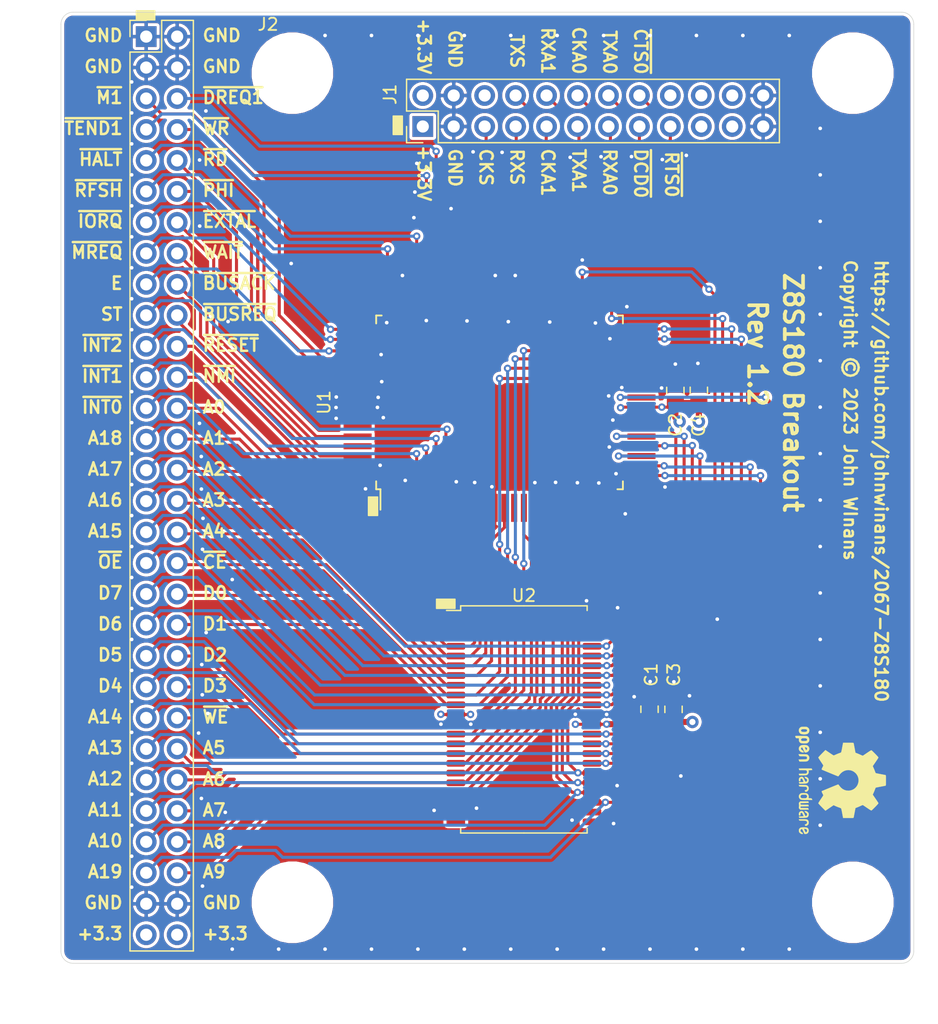
<source format=kicad_pcb>
(kicad_pcb (version 20171130) (host pcbnew 5.1.5+dfsg1-2build2)
  (layers (0 F.Cu signal) (1 In1.Cu signal) (2 In2.Cu signal) (31 B.Cu signal) (34 B.Paste user) (35 F.Paste user) (36 B.SilkS user) (37 F.SilkS user) (38 B.Mask user) (39 F.Mask user) (44 Edge.Cuts user))
  (net 0 "")
  (net 1 +3V3)
  (net 2 GND)
  (net 3 "Net-(U2-Pad44)")
  (net 4 "Net-(U2-Pad43)")
  (net 5 /A18)
  (net 6 /A17)
  (net 7 /A16)
  (net 8 /A15)
  (net 9 /~OE)
  (net 10 /D7)
  (net 11 /D6)
  (net 12 /D5)
  (net 13 /D4)
  (net 14 /A14)
  (net 15 /A13)
  (net 16 /A12)
  (net 17 /A11)
  (net 18 /A10)
  (net 19 /A19)
  (net 20 "Net-(U2-Pad24)")
  (net 21 "Net-(U2-Pad23)")
  (net 22 "Net-(U2-Pad22)")
  (net 23 "Net-(U2-Pad21)")
  (net 24 /A9)
  (net 25 /A8)
  (net 26 /A7)
  (net 27 /A6)
  (net 28 /A5)
  (net 29 /~WE)
  (net 30 /D3)
  (net 31 /D2)
  (net 32 /D1)
  (net 33 /D0)
  (net 34 /~CE)
  (net 35 /A4)
  (net 36 /A3)
  (net 37 /A2)
  (net 38 /A1)
  (net 39 /A0)
  (net 40 "Net-(U2-Pad2)")
  (net 41 "Net-(U2-Pad1)")
  (net 42 /~RESET)
  (net 43 /~BUSREQ)
  (net 44 /~BUSACK)
  (net 45 /~WAIT)
  (net 46 /EXTAL)
  (net 47 "Net-(U1-Pad75)")
  (net 48 "Net-(U1-Pad74)")
  (net 49 /PHI)
  (net 50 /~RD)
  (net 51 /~WR)
  (net 52 /~M1)
  (net 53 /E)
  (net 54 /~MREQ)
  (net 55 /~IORQ)
  (net 56 /~RFSH)
  (net 57 "Net-(U1-Pad63)")
  (net 58 "Net-(U1-Pad62)")
  (net 59 /~HALT)
  (net 60 /~TEND1)
  (net 61 /~DREQ1)
  (net 62 /CKS)
  (net 63 /RXS)
  (net 64 /TXS)
  (net 65 /CKA1)
  (net 66 /RXA1)
  (net 67 "Net-(U1-Pad53)")
  (net 68 /TXA1)
  (net 69 "Net-(U1-Pad51)")
  (net 70 /CKA0)
  (net 71 /RXA0)
  (net 72 /TXA0)
  (net 73 /~DCD0)
  (net 74 /~CTS0)
  (net 75 /~RTS0)
  (net 76 "Net-(U1-Pad43)")
  (net 77 "Net-(U1-Pad42)")
  (net 78 "Net-(U1-Pad30)")
  (net 79 "Net-(U1-Pad23)")
  (net 80 "Net-(U1-Pad22)")
  (net 81 "Net-(U1-Pad14)")
  (net 82 /ST)
  (net 83 /~INT2)
  (net 84 /~INT1)
  (net 85 /~INT0)
  (net 86 "Net-(U1-Pad3)")
  (net 87 "Net-(U1-Pad2)")
  (net 88 /~NMI)
  (net 89 "Net-(J1-Pad22)")
  (net 90 "Net-(J1-Pad21)")
  (net 91 "Net-(J1-Pad20)")
  (net 92 "Net-(J1-Pad19)")
  (net 93 "Net-(J1-Pad18)")
  (net 94 "Net-(J1-Pad6)")
  (module MountingHole:MountingHole_2.7mm_M2.5 (layer F.Cu) (at 104 113)
    (fp_text reference H3 hide)
    (fp_text value MountingHole)
    (pad "" np_thru_hole circle (at 0 0) (size 2.7 2.7) (drill 2.7) (layers *.Cu *.Mask) (clearance 2))
  )
  (module MountingHole:MountingHole_2.7mm_M2.5 (layer F.Cu) (at 150 113)
    (fp_text reference H4 hide)
    (fp_text value MountingHole)
    (pad "" np_thru_hole circle (at 0 0) (size 2.7 2.7) (drill 2.7) (layers *.Cu *.Mask) (clearance 2))
  )
  (module MountingHole:MountingHole_2.7mm_M2.5 (layer F.Cu) (at 150 45)
    (fp_text reference H2 hide)
    (fp_text value MountingHole)
    (pad "" np_thru_hole circle (at 0 0) (size 2.7 2.7) (drill 2.7) (layers *.Cu *.Mask) (clearance 2))
  )
  (module MountingHole:MountingHole_2.7mm_M2.5 (layer F.Cu) (at 104 45)
    (fp_text reference H1 hide)
    (fp_text value MountingHole)
    (pad "" np_thru_hole circle (at 0 0) (size 2.7 2.7) (drill 2.7) (layers *.Cu *.Mask) (clearance 2))
  )
  (module jb-footprint:PQFP-80_14x20mm_P0.8mm (layer F.Cu) (at 121 72 90)
    (fp_text reference U1 (at 0 -14.4 90) (layer F.SilkS))
    (fp_text value Z8S18020FSG)
    (pad 80 smd rect (at -6 -11.65 180) (size 2.3 0.5) (layers F.Cu F.Paste F.Mask) (net 42 /~RESET))
    (pad 79 smd rect (at -5.2 -11.65 180) (size 2.3 0.5) (layers F.Cu F.Paste F.Mask) (net 43 /~BUSREQ))
    (pad 78 smd rect (at -4.4 -11.65 180) (size 2.3 0.5) (layers F.Cu F.Paste F.Mask) (net 44 /~BUSACK))
    (pad 77 smd rect (at -3.6 -11.65 180) (size 2.3 0.5) (layers F.Cu F.Paste F.Mask) (net 45 /~WAIT))
    (pad 76 smd rect (at -2.8 -11.65 180) (size 2.3 0.5) (layers F.Cu F.Paste F.Mask) (net 46 /EXTAL))
    (pad 75 smd rect (at -2 -11.65 180) (size 2.3 0.5) (layers F.Cu F.Paste F.Mask) (net 47 "Net-(U1-Pad75)"))
    (pad 74 smd rect (at -1.2 -11.65 180) (size 2.3 0.5) (layers F.Cu F.Paste F.Mask) (net 48 "Net-(U1-Pad74)"))
    (pad 73 smd rect (at -0.4 -11.65 180) (size 2.3 0.5) (layers F.Cu F.Paste F.Mask) (net 2 GND))
    (pad 72 smd rect (at 0.4 -11.65 180) (size 2.3 0.5) (layers F.Cu F.Paste F.Mask) (net 2 GND))
    (pad 71 smd rect (at 1.2 -11.65 180) (size 2.3 0.5) (layers F.Cu F.Paste F.Mask) (net 49 /PHI))
    (pad 70 smd rect (at 2 -11.65 180) (size 2.3 0.5) (layers F.Cu F.Paste F.Mask) (net 50 /~RD))
    (pad 69 smd rect (at 2.8 -11.65 180) (size 2.3 0.5) (layers F.Cu F.Paste F.Mask) (net 51 /~WR))
    (pad 68 smd rect (at 3.6 -11.65 180) (size 2.3 0.5) (layers F.Cu F.Paste F.Mask) (net 52 /~M1))
    (pad 67 smd rect (at 4.4 -11.65 180) (size 2.3 0.5) (layers F.Cu F.Paste F.Mask) (net 53 /E))
    (pad 66 smd rect (at 5.2 -11.65 180) (size 2.3 0.5) (layers F.Cu F.Paste F.Mask) (net 54 /~MREQ))
    (pad 65 smd rect (at 6 -11.65 180) (size 2.3 0.5) (layers F.Cu F.Paste F.Mask) (net 55 /~IORQ))
    (pad 64 smd rect (at 8.65 -9.2 90) (size 2.3 0.5) (layers F.Cu F.Paste F.Mask) (net 56 /~RFSH))
    (pad 63 smd rect (at 8.65 -8.4 90) (size 2.3 0.5) (layers F.Cu F.Paste F.Mask) (net 57 "Net-(U1-Pad63)"))
    (pad 62 smd rect (at 8.65 -7.6 90) (size 2.3 0.5) (layers F.Cu F.Paste F.Mask) (net 58 "Net-(U1-Pad62)"))
    (pad 61 smd rect (at 8.65 -6.8 90) (size 2.3 0.5) (layers F.Cu F.Paste F.Mask) (net 59 /~HALT))
    (pad 60 smd rect (at 8.65 -6 90) (size 2.3 0.5) (layers F.Cu F.Paste F.Mask) (net 60 /~TEND1))
    (pad 59 smd rect (at 8.65 -5.2 90) (size 2.3 0.5) (layers F.Cu F.Paste F.Mask) (net 61 /~DREQ1))
    (pad 58 smd rect (at 8.65 -4.4 90) (size 2.3 0.5) (layers F.Cu F.Paste F.Mask) (net 62 /CKS))
    (pad 57 smd rect (at 8.65 -3.6 90) (size 2.3 0.5) (layers F.Cu F.Paste F.Mask) (net 63 /RXS))
    (pad 56 smd rect (at 8.65 -2.8 90) (size 2.3 0.5) (layers F.Cu F.Paste F.Mask) (net 64 /TXS))
    (pad 55 smd rect (at 8.65 -2 90) (size 2.3 0.5) (layers F.Cu F.Paste F.Mask) (net 65 /CKA1))
    (pad 54 smd rect (at 8.65 -1.2 90) (size 2.3 0.5) (layers F.Cu F.Paste F.Mask) (net 66 /RXA1))
    (pad 53 smd rect (at 8.65 -0.4 90) (size 2.3 0.5) (layers F.Cu F.Paste F.Mask) (net 67 "Net-(U1-Pad53)"))
    (pad 52 smd rect (at 8.65 0.4 90) (size 2.3 0.5) (layers F.Cu F.Paste F.Mask) (net 68 /TXA1))
    (pad 51 smd rect (at 8.65 1.2 90) (size 2.3 0.5) (layers F.Cu F.Paste F.Mask) (net 69 "Net-(U1-Pad51)"))
    (pad 50 smd rect (at 8.65 2 90) (size 2.3 0.5) (layers F.Cu F.Paste F.Mask) (net 70 /CKA0))
    (pad 49 smd rect (at 8.65 2.8 90) (size 2.3 0.5) (layers F.Cu F.Paste F.Mask) (net 71 /RXA0))
    (pad 48 smd rect (at 8.65 3.6 90) (size 2.3 0.5) (layers F.Cu F.Paste F.Mask) (net 72 /TXA0))
    (pad 47 smd rect (at 8.65 4.4 90) (size 2.3 0.5) (layers F.Cu F.Paste F.Mask) (net 73 /~DCD0))
    (pad 46 smd rect (at 8.65 5.2 90) (size 2.3 0.5) (layers F.Cu F.Paste F.Mask) (net 74 /~CTS0))
    (pad 45 smd rect (at 8.65 6 90) (size 2.3 0.5) (layers F.Cu F.Paste F.Mask) (net 75 /~RTS0))
    (pad 44 smd rect (at 8.65 6.8 90) (size 2.3 0.5) (layers F.Cu F.Paste F.Mask) (net 10 /D7))
    (pad 43 smd rect (at 8.65 7.6 90) (size 2.3 0.5) (layers F.Cu F.Paste F.Mask) (net 76 "Net-(U1-Pad43)"))
    (pad 42 smd rect (at 8.65 8.4 90) (size 2.3 0.5) (layers F.Cu F.Paste F.Mask) (net 77 "Net-(U1-Pad42)"))
    (pad 41 smd rect (at 8.65 9.2 90) (size 2.3 0.5) (layers F.Cu F.Paste F.Mask) (net 11 /D6))
    (pad 40 smd rect (at 6 11.65 180) (size 2.3 0.5) (layers F.Cu F.Paste F.Mask) (net 12 /D5))
    (pad 39 smd rect (at 5.2 11.65 180) (size 2.3 0.5) (layers F.Cu F.Paste F.Mask) (net 13 /D4))
    (pad 38 smd rect (at 4.4 11.65 180) (size 2.3 0.5) (layers F.Cu F.Paste F.Mask) (net 30 /D3))
    (pad 37 smd rect (at 3.6 11.65 180) (size 2.3 0.5) (layers F.Cu F.Paste F.Mask) (net 31 /D2))
    (pad 36 smd rect (at 2.8 11.65 180) (size 2.3 0.5) (layers F.Cu F.Paste F.Mask) (net 32 /D1))
    (pad 35 smd rect (at 2 11.65 180) (size 2.3 0.5) (layers F.Cu F.Paste F.Mask) (net 33 /D0))
    (pad 34 smd rect (at 1.2 11.65 180) (size 2.3 0.5) (layers F.Cu F.Paste F.Mask) (net 2 GND))
    (pad 33 smd rect (at 0.4 11.65 180) (size 2.3 0.5) (layers F.Cu F.Paste F.Mask) (net 19 /A19))
    (pad 32 smd rect (at -0.4 11.65 180) (size 2.3 0.5) (layers F.Cu F.Paste F.Mask) (net 1 +3V3))
    (pad 31 smd rect (at -1.2 11.65 180) (size 2.3 0.5) (layers F.Cu F.Paste F.Mask) (net 5 /A18))
    (pad 30 smd rect (at -2 11.65 180) (size 2.3 0.5) (layers F.Cu F.Paste F.Mask) (net 78 "Net-(U1-Pad30)"))
    (pad 29 smd rect (at -2.8 11.65 180) (size 2.3 0.5) (layers F.Cu F.Paste F.Mask) (net 6 /A17))
    (pad 28 smd rect (at -3.6 11.65 180) (size 2.3 0.5) (layers F.Cu F.Paste F.Mask) (net 7 /A16))
    (pad 27 smd rect (at -4.4 11.65 180) (size 2.3 0.5) (layers F.Cu F.Paste F.Mask) (net 8 /A15))
    (pad 26 smd rect (at -5.2 11.65 180) (size 2.3 0.5) (layers F.Cu F.Paste F.Mask) (net 14 /A14))
    (pad 25 smd rect (at -6 11.65 180) (size 2.3 0.5) (layers F.Cu F.Paste F.Mask) (net 15 /A13))
    (pad 24 smd rect (at -8.65 9.2 90) (size 2.3 0.5) (layers F.Cu F.Paste F.Mask) (net 16 /A12))
    (pad 23 smd rect (at -8.65 8.4 90) (size 2.3 0.5) (layers F.Cu F.Paste F.Mask) (net 79 "Net-(U1-Pad23)"))
    (pad 22 smd rect (at -8.65 7.6 90) (size 2.3 0.5) (layers F.Cu F.Paste F.Mask) (net 80 "Net-(U1-Pad22)"))
    (pad 21 smd rect (at -8.65 6.8 90) (size 2.3 0.5) (layers F.Cu F.Paste F.Mask) (net 17 /A11))
    (pad 20 smd rect (at -8.65 6 90) (size 2.3 0.5) (layers F.Cu F.Paste F.Mask) (net 18 /A10))
    (pad 19 smd rect (at -8.65 5.2 90) (size 2.3 0.5) (layers F.Cu F.Paste F.Mask) (net 24 /A9))
    (pad 18 smd rect (at -8.65 4.4 90) (size 2.3 0.5) (layers F.Cu F.Paste F.Mask) (net 25 /A8))
    (pad 17 smd rect (at -8.65 3.6 90) (size 2.3 0.5) (layers F.Cu F.Paste F.Mask) (net 26 /A7))
    (pad 16 smd rect (at -8.65 2.8 90) (size 2.3 0.5) (layers F.Cu F.Paste F.Mask) (net 27 /A6))
    (pad 15 smd rect (at -8.65 2 90) (size 2.3 0.5) (layers F.Cu F.Paste F.Mask) (net 28 /A5))
    (pad 14 smd rect (at -8.65 1.2 90) (size 2.3 0.5) (layers F.Cu F.Paste F.Mask) (net 81 "Net-(U1-Pad14)"))
    (pad 13 smd rect (at -8.65 0.4 90) (size 2.3 0.5) (layers F.Cu F.Paste F.Mask) (net 35 /A4))
    (pad 12 smd rect (at -8.65 -0.4 90) (size 2.3 0.5) (layers F.Cu F.Paste F.Mask) (net 2 GND))
    (pad 11 smd rect (at -8.65 -1.2 90) (size 2.3 0.5) (layers F.Cu F.Paste F.Mask) (net 36 /A3))
    (pad 10 smd rect (at -8.65 -2 90) (size 2.3 0.5) (layers F.Cu F.Paste F.Mask) (net 37 /A2))
    (pad 9 smd rect (at -8.65 -2.8 90) (size 2.3 0.5) (layers F.Cu F.Paste F.Mask) (net 38 /A1))
    (pad 8 smd rect (at -8.65 -3.6 90) (size 2.3 0.5) (layers F.Cu F.Paste F.Mask) (net 39 /A0))
    (pad 7 smd rect (at -8.65 -4.4 90) (size 2.3 0.5) (layers F.Cu F.Paste F.Mask) (net 82 /ST))
    (pad 6 smd rect (at -8.65 -5.2 90) (size 2.3 0.5) (layers F.Cu F.Paste F.Mask) (net 83 /~INT2))
    (pad 5 smd rect (at -8.65 -6 90) (size 2.3 0.5) (layers F.Cu F.Paste F.Mask) (net 84 /~INT1))
    (pad 4 smd rect (at -8.65 -6.8 90) (size 2.3 0.5) (layers F.Cu F.Paste F.Mask) (net 85 /~INT0))
    (pad 3 smd rect (at -8.65 -7.6 90) (size 2.3 0.5) (layers F.Cu F.Paste F.Mask) (net 86 "Net-(U1-Pad3)"))
    (pad 2 smd rect (at -8.65 -8.4 90) (size 2.3 0.5) (layers F.Cu F.Paste F.Mask) (net 87 "Net-(U1-Pad2)"))
    (pad 1 smd rect (at -8.65 -9.2 90) (size 2.3 0.5) (layers F.Cu F.Paste F.Mask) (net 88 /~NMI))
  )
  (module Symbol:OSHW-Logo2_9.8x8mm_SilkScreen (layer F.Cu) (at 149 103 270)
    (fp_text reference LOGO1 hide)
    (fp_text value Logo_Open_Hardware_Small hide)
  )
  (module Connector_PinHeader_2.54mm:PinHeader_2x12_P2.54mm_Vertical (layer F.Cu) (at 114.7 49.374 90)
    (fp_text reference J1 (at 2.638 -2.686 270) (layer F.SilkS))
    (fp_text value Conn_02x12_Odd_Even)
    (pad 24 thru_hole oval (at 2.54 27.94 90) (size 1.7 1.7) (drill 1) (layers *.Cu *.Mask) (net 2 GND))
    (pad 23 thru_hole oval (at 0 27.94 90) (size 1.7 1.7) (drill 1) (layers *.Cu *.Mask) (net 2 GND))
    (pad 22 thru_hole oval (at 2.54 25.4 90) (size 1.7 1.7) (drill 1) (layers *.Cu *.Mask) (net 89 "Net-(J1-Pad22)"))
    (pad 21 thru_hole oval (at 0 25.4 90) (size 1.7 1.7) (drill 1) (layers *.Cu *.Mask) (net 90 "Net-(J1-Pad21)"))
    (pad 20 thru_hole oval (at 2.54 22.86 90) (size 1.7 1.7) (drill 1) (layers *.Cu *.Mask) (net 91 "Net-(J1-Pad20)"))
    (pad 19 thru_hole oval (at 0 22.86 90) (size 1.7 1.7) (drill 1) (layers *.Cu *.Mask) (net 92 "Net-(J1-Pad19)"))
    (pad 18 thru_hole oval (at 2.54 20.32 90) (size 1.7 1.7) (drill 1) (layers *.Cu *.Mask) (net 93 "Net-(J1-Pad18)"))
    (pad 17 thru_hole oval (at 0 20.32 90) (size 1.7 1.7) (drill 1) (layers *.Cu *.Mask) (net 75 /~RTS0))
    (pad 16 thru_hole oval (at 2.54 17.78 90) (size 1.7 1.7) (drill 1) (layers *.Cu *.Mask) (net 74 /~CTS0))
    (pad 15 thru_hole oval (at 0 17.78 90) (size 1.7 1.7) (drill 1) (layers *.Cu *.Mask) (net 73 /~DCD0))
    (pad 14 thru_hole oval (at 2.54 15.24 90) (size 1.7 1.7) (drill 1) (layers *.Cu *.Mask) (net 72 /TXA0))
    (pad 13 thru_hole oval (at 0 15.24 90) (size 1.7 1.7) (drill 1) (layers *.Cu *.Mask) (net 71 /RXA0))
    (pad 12 thru_hole oval (at 2.54 12.7 90) (size 1.7 1.7) (drill 1) (layers *.Cu *.Mask) (net 70 /CKA0))
    (pad 11 thru_hole oval (at 0 12.7 90) (size 1.7 1.7) (drill 1) (layers *.Cu *.Mask) (net 68 /TXA1))
    (pad 10 thru_hole oval (at 2.54 10.16 90) (size 1.7 1.7) (drill 1) (layers *.Cu *.Mask) (net 66 /RXA1))
    (pad 9 thru_hole oval (at 0 10.16 90) (size 1.7 1.7) (drill 1) (layers *.Cu *.Mask) (net 65 /CKA1))
    (pad 8 thru_hole oval (at 2.54 7.62 90) (size 1.7 1.7) (drill 1) (layers *.Cu *.Mask) (net 64 /TXS))
    (pad 7 thru_hole oval (at 0 7.62 90) (size 1.7 1.7) (drill 1) (layers *.Cu *.Mask) (net 63 /RXS))
    (pad 6 thru_hole oval (at 2.54 5.08 90) (size 1.7 1.7) (drill 1) (layers *.Cu *.Mask) (net 94 "Net-(J1-Pad6)"))
    (pad 5 thru_hole oval (at 0 5.08 90) (size 1.7 1.7) (drill 1) (layers *.Cu *.Mask) (net 62 /CKS))
    (pad 4 thru_hole oval (at 2.54 2.54 90) (size 1.7 1.7) (drill 1) (layers *.Cu *.Mask) (net 2 GND))
    (pad 3 thru_hole oval (at 0 2.54 90) (size 1.7 1.7) (drill 1) (layers *.Cu *.Mask) (net 2 GND))
    (pad 2 thru_hole oval (at 2.54 0 90) (size 1.7 1.7) (drill 1) (layers *.Cu *.Mask) (net 1 +3V3))
    (pad 1 thru_hole rect (at 0 0 90) (size 1.7 1.7) (drill 1) (layers *.Cu *.Mask) (net 1 +3V3))
  )
  (module Capacitor_SMD:C_0805_2012Metric_Pad1.15x1.40mm_HandSolder (layer F.Cu) (at 137.36 71.015 90)
    (fp_text reference C4 (at -2.845 -0.02 90) (layer F.SilkS))
    (fp_text value 1uF)
    (pad 2 smd roundrect (at 1.025 0 90) (size 1.15 1.4) (layers F.Cu F.Paste F.Mask) (roundrect_rratio 0.217391) (net 2 GND))
    (pad 1 smd roundrect (at -1.025 0 90) (size 1.15 1.4) (layers F.Cu F.Paste F.Mask) (roundrect_rratio 0.217391) (net 1 +3V3))
  )
  (module Capacitor_SMD:C_0805_2012Metric_Pad1.15x1.40mm_HandSolder (layer F.Cu) (at 135.28 97.175 90)
    (fp_text reference C3 (at 2.835 0.02 90) (layer F.SilkS))
    (fp_text value 1uF)
    (pad 2 smd roundrect (at 1.025 0 90) (size 1.15 1.4) (layers F.Cu F.Paste F.Mask) (roundrect_rratio 0.217391) (net 2 GND))
    (pad 1 smd roundrect (at -1.025 0 90) (size 1.15 1.4) (layers F.Cu F.Paste F.Mask) (roundrect_rratio 0.217391) (net 1 +3V3))
  )
  (module Capacitor_SMD:C_0805_2012Metric_Pad1.15x1.40mm_HandSolder (layer F.Cu) (at 135.43 71.025 90)
    (fp_text reference C2 (at -2.825 0.01 90) (layer F.SilkS))
    (fp_text value .1uF)
    (pad 2 smd roundrect (at 1.025 0 90) (size 1.15 1.4) (layers F.Cu F.Paste F.Mask) (roundrect_rratio 0.217391) (net 2 GND))
    (pad 1 smd roundrect (at -1.025 0 90) (size 1.15 1.4) (layers F.Cu F.Paste F.Mask) (roundrect_rratio 0.217391) (net 1 +3V3))
  )
  (module Capacitor_SMD:C_0805_2012Metric_Pad1.15x1.40mm_HandSolder (layer F.Cu) (at 133.31 97.165 90)
    (fp_text reference C1 (at 2.825 0.14 90) (layer F.SilkS))
    (fp_text value .1uF)
    (pad 2 smd roundrect (at 1.025 0 90) (size 1.15 1.4) (layers F.Cu F.Paste F.Mask) (roundrect_rratio 0.217391) (net 2 GND))
    (pad 1 smd roundrect (at -1.025 0 90) (size 1.15 1.4) (layers F.Cu F.Paste F.Mask) (roundrect_rratio 0.217391) (net 1 +3V3))
  )
  (module Connector_PinHeader_2.54mm:PinHeader_2x30_P2.54mm_Vertical (layer F.Cu) (at 92 42)
    (fp_text reference J2 (at 10 -1) (layer F.SilkS))
    (fp_text value Conn_02x30_Odd_Even)
    (pad 60 thru_hole oval (at 2.54 73.66) (size 1.7 1.7) (drill 1) (layers *.Cu *.Mask) (net 1 +3V3))
    (pad 59 thru_hole oval (at 0 73.66) (size 1.7 1.7) (drill 1) (layers *.Cu *.Mask) (net 1 +3V3))
    (pad 58 thru_hole oval (at 2.54 71.12) (size 1.7 1.7) (drill 1) (layers *.Cu *.Mask) (net 2 GND))
    (pad 57 thru_hole oval (at 0 71.12) (size 1.7 1.7) (drill 1) (layers *.Cu *.Mask) (net 2 GND))
    (pad 56 thru_hole oval (at 2.54 68.58) (size 1.7 1.7) (drill 1) (layers *.Cu *.Mask) (net 24 /A9))
    (pad 55 thru_hole oval (at 0 68.58) (size 1.7 1.7) (drill 1) (layers *.Cu *.Mask) (net 19 /A19))
    (pad 54 thru_hole oval (at 2.54 66.04) (size 1.7 1.7) (drill 1) (layers *.Cu *.Mask) (net 25 /A8))
    (pad 53 thru_hole oval (at 0 66.04) (size 1.7 1.7) (drill 1) (layers *.Cu *.Mask) (net 18 /A10))
    (pad 52 thru_hole oval (at 2.54 63.5) (size 1.7 1.7) (drill 1) (layers *.Cu *.Mask) (net 26 /A7))
    (pad 51 thru_hole oval (at 0 63.5) (size 1.7 1.7) (drill 1) (layers *.Cu *.Mask) (net 17 /A11))
    (pad 50 thru_hole oval (at 2.54 60.96) (size 1.7 1.7) (drill 1) (layers *.Cu *.Mask) (net 27 /A6))
    (pad 49 thru_hole oval (at 0 60.96) (size 1.7 1.7) (drill 1) (layers *.Cu *.Mask) (net 16 /A12))
    (pad 48 thru_hole oval (at 2.54 58.42) (size 1.7 1.7) (drill 1) (layers *.Cu *.Mask) (net 28 /A5))
    (pad 47 thru_hole oval (at 0 58.42) (size 1.7 1.7) (drill 1) (layers *.Cu *.Mask) (net 15 /A13))
    (pad 46 thru_hole oval (at 2.54 55.88) (size 1.7 1.7) (drill 1) (layers *.Cu *.Mask) (net 29 /~WE))
    (pad 45 thru_hole oval (at 0 55.88) (size 1.7 1.7) (drill 1) (layers *.Cu *.Mask) (net 14 /A14))
    (pad 44 thru_hole oval (at 2.54 53.34) (size 1.7 1.7) (drill 1) (layers *.Cu *.Mask) (net 30 /D3))
    (pad 43 thru_hole oval (at 0 53.34) (size 1.7 1.7) (drill 1) (layers *.Cu *.Mask) (net 13 /D4))
    (pad 42 thru_hole oval (at 2.54 50.8) (size 1.7 1.7) (drill 1) (layers *.Cu *.Mask) (net 31 /D2))
    (pad 41 thru_hole oval (at 0 50.8) (size 1.7 1.7) (drill 1) (layers *.Cu *.Mask) (net 12 /D5))
    (pad 40 thru_hole oval (at 2.54 48.26) (size 1.7 1.7) (drill 1) (layers *.Cu *.Mask) (net 32 /D1))
    (pad 39 thru_hole oval (at 0 48.26) (size 1.7 1.7) (drill 1) (layers *.Cu *.Mask) (net 11 /D6))
    (pad 38 thru_hole oval (at 2.54 45.72) (size 1.7 1.7) (drill 1) (layers *.Cu *.Mask) (net 33 /D0))
    (pad 37 thru_hole oval (at 0 45.72) (size 1.7 1.7) (drill 1) (layers *.Cu *.Mask) (net 10 /D7))
    (pad 36 thru_hole oval (at 2.54 43.18) (size 1.7 1.7) (drill 1) (layers *.Cu *.Mask) (net 34 /~CE))
    (pad 35 thru_hole oval (at 0 43.18) (size 1.7 1.7) (drill 1) (layers *.Cu *.Mask) (net 9 /~OE))
    (pad 34 thru_hole oval (at 2.54 40.64) (size 1.7 1.7) (drill 1) (layers *.Cu *.Mask) (net 35 /A4))
    (pad 33 thru_hole oval (at 0 40.64) (size 1.7 1.7) (drill 1) (layers *.Cu *.Mask) (net 8 /A15))
    (pad 32 thru_hole oval (at 2.54 38.1) (size 1.7 1.7) (drill 1) (layers *.Cu *.Mask) (net 36 /A3))
    (pad 31 thru_hole oval (at 0 38.1) (size 1.7 1.7) (drill 1) (layers *.Cu *.Mask) (net 7 /A16))
    (pad 30 thru_hole oval (at 2.54 35.56) (size 1.7 1.7) (drill 1) (layers *.Cu *.Mask) (net 37 /A2))
    (pad 29 thru_hole oval (at 0 35.56) (size 1.7 1.7) (drill 1) (layers *.Cu *.Mask) (net 6 /A17))
    (pad 28 thru_hole oval (at 2.54 33.02) (size 1.7 1.7) (drill 1) (layers *.Cu *.Mask) (net 38 /A1))
    (pad 27 thru_hole oval (at 0 33.02) (size 1.7 1.7) (drill 1) (layers *.Cu *.Mask) (net 5 /A18))
    (pad 26 thru_hole oval (at 2.54 30.48) (size 1.7 1.7) (drill 1) (layers *.Cu *.Mask) (net 39 /A0))
    (pad 25 thru_hole oval (at 0 30.48) (size 1.7 1.7) (drill 1) (layers *.Cu *.Mask) (net 85 /~INT0))
    (pad 24 thru_hole oval (at 2.54 27.94) (size 1.7 1.7) (drill 1) (layers *.Cu *.Mask) (net 88 /~NMI))
    (pad 23 thru_hole oval (at 0 27.94) (size 1.7 1.7) (drill 1) (layers *.Cu *.Mask) (net 84 /~INT1))
    (pad 22 thru_hole oval (at 2.54 25.4) (size 1.7 1.7) (drill 1) (layers *.Cu *.Mask) (net 42 /~RESET))
    (pad 21 thru_hole oval (at 0 25.4) (size 1.7 1.7) (drill 1) (layers *.Cu *.Mask) (net 83 /~INT2))
    (pad 20 thru_hole oval (at 2.54 22.86) (size 1.7 1.7) (drill 1) (layers *.Cu *.Mask) (net 43 /~BUSREQ))
    (pad 19 thru_hole oval (at 0 22.86) (size 1.7 1.7) (drill 1) (layers *.Cu *.Mask) (net 82 /ST))
    (pad 18 thru_hole oval (at 2.54 20.32) (size 1.7 1.7) (drill 1) (layers *.Cu *.Mask) (net 44 /~BUSACK))
    (pad 17 thru_hole oval (at 0 20.32) (size 1.7 1.7) (drill 1) (layers *.Cu *.Mask) (net 53 /E))
    (pad 16 thru_hole oval (at 2.54 17.78) (size 1.7 1.7) (drill 1) (layers *.Cu *.Mask) (net 45 /~WAIT))
    (pad 15 thru_hole oval (at 0 17.78) (size 1.7 1.7) (drill 1) (layers *.Cu *.Mask) (net 54 /~MREQ))
    (pad 14 thru_hole oval (at 2.54 15.24) (size 1.7 1.7) (drill 1) (layers *.Cu *.Mask) (net 46 /EXTAL))
    (pad 13 thru_hole oval (at 0 15.24) (size 1.7 1.7) (drill 1) (layers *.Cu *.Mask) (net 55 /~IORQ))
    (pad 12 thru_hole oval (at 2.54 12.7) (size 1.7 1.7) (drill 1) (layers *.Cu *.Mask) (net 49 /PHI))
    (pad 11 thru_hole oval (at 0 12.7) (size 1.7 1.7) (drill 1) (layers *.Cu *.Mask) (net 56 /~RFSH))
    (pad 10 thru_hole oval (at 2.54 10.16) (size 1.7 1.7) (drill 1) (layers *.Cu *.Mask) (net 50 /~RD))
    (pad 9 thru_hole oval (at 0 10.16) (size 1.7 1.7) (drill 1) (layers *.Cu *.Mask) (net 59 /~HALT))
    (pad 8 thru_hole oval (at 2.54 7.62) (size 1.7 1.7) (drill 1) (layers *.Cu *.Mask) (net 51 /~WR))
    (pad 7 thru_hole oval (at 0 7.62) (size 1.7 1.7) (drill 1) (layers *.Cu *.Mask) (net 60 /~TEND1))
    (pad 6 thru_hole oval (at 2.54 5.08) (size 1.7 1.7) (drill 1) (layers *.Cu *.Mask) (net 61 /~DREQ1))
    (pad 5 thru_hole oval (at 0 5.08) (size 1.7 1.7) (drill 1) (layers *.Cu *.Mask) (net 52 /~M1))
    (pad 4 thru_hole oval (at 2.54 2.54) (size 1.7 1.7) (drill 1) (layers *.Cu *.Mask) (net 2 GND))
    (pad 3 thru_hole oval (at 0 2.54) (size 1.7 1.7) (drill 1) (layers *.Cu *.Mask) (net 2 GND))
    (pad 2 thru_hole oval (at 2.54 0) (size 1.7 1.7) (drill 1) (layers *.Cu *.Mask) (net 2 GND))
    (pad 1 thru_hole rect (at 0 0) (size 1.7 1.7) (drill 1) (layers *.Cu *.Mask) (net 2 GND))
  )
  (module Package_SO:TSOP-II-44_10.16x18.41mm_P0.8mm (layer F.Cu) (at 123 98)
    (fp_text reference U2 (at 0 -10.16) (layer F.SilkS))
    (fp_text value IS61WV10248EDBLL-10TLI)
    (pad 44 smd roundrect (at 5.5875 -8.4) (size 1.525 0.55) (layers F.Cu F.Paste F.Mask) (net 3 "Net-(U2-Pad44)"))
    (pad 43 smd roundrect (at 5.5875 -7.6) (size 1.525 0.55) (layers F.Cu F.Paste F.Mask) (net 4 "Net-(U2-Pad43)"))
    (pad 42 smd roundrect (at 5.5875 -6.8) (size 1.525 0.55) (layers F.Cu F.Paste F.Mask) (net 2 GND))
    (pad 41 smd roundrect (at 5.5875 -6) (size 1.525 0.55) (layers F.Cu F.Paste F.Mask) (net 5 /A18))
    (pad 40 smd roundrect (at 5.5875 -5.2) (size 1.525 0.55) (layers F.Cu F.Paste F.Mask) (net 6 /A17))
    (pad 39 smd roundrect (at 5.5875 -4.4) (size 1.525 0.55) (layers F.Cu F.Paste F.Mask) (net 7 /A16))
    (pad 38 smd roundrect (at 5.5875 -3.6) (size 1.525 0.55) (layers F.Cu F.Paste F.Mask) (net 8 /A15))
    (pad 37 smd roundrect (at 5.5875 -2.8) (size 1.525 0.55) (layers F.Cu F.Paste F.Mask) (net 9 /~OE))
    (pad 36 smd roundrect (at 5.5875 -2) (size 1.525 0.55) (layers F.Cu F.Paste F.Mask) (net 10 /D7))
    (pad 35 smd roundrect (at 5.5875 -1.2) (size 1.525 0.55) (layers F.Cu F.Paste F.Mask) (net 11 /D6))
    (pad 34 smd roundrect (at 5.5875 -0.4) (size 1.525 0.55) (layers F.Cu F.Paste F.Mask) (net 2 GND))
    (pad 33 smd roundrect (at 5.5875 0.4) (size 1.525 0.55) (layers F.Cu F.Paste F.Mask) (net 1 +3V3))
    (pad 32 smd roundrect (at 5.5875 1.2) (size 1.525 0.55) (layers F.Cu F.Paste F.Mask) (net 12 /D5))
    (pad 31 smd roundrect (at 5.5875 2) (size 1.525 0.55) (layers F.Cu F.Paste F.Mask) (net 13 /D4))
    (pad 30 smd roundrect (at 5.5875 2.8) (size 1.525 0.55) (layers F.Cu F.Paste F.Mask) (net 14 /A14))
    (pad 29 smd roundrect (at 5.5875 3.6) (size 1.525 0.55) (layers F.Cu F.Paste F.Mask) (net 15 /A13))
    (pad 28 smd roundrect (at 5.5875 4.4) (size 1.525 0.55) (layers F.Cu F.Paste F.Mask) (net 16 /A12))
    (pad 27 smd roundrect (at 5.5875 5.2) (size 1.525 0.55) (layers F.Cu F.Paste F.Mask) (net 17 /A11))
    (pad 26 smd roundrect (at 5.5875 6) (size 1.525 0.55) (layers F.Cu F.Paste F.Mask) (net 18 /A10))
    (pad 25 smd roundrect (at 5.5875 6.8) (size 1.525 0.55) (layers F.Cu F.Paste F.Mask) (net 19 /A19))
    (pad 24 smd roundrect (at 5.5875 7.6) (size 1.525 0.55) (layers F.Cu F.Paste F.Mask) (net 20 "Net-(U2-Pad24)"))
    (pad 23 smd roundrect (at 5.5875 8.4) (size 1.525 0.55) (layers F.Cu F.Paste F.Mask) (net 21 "Net-(U2-Pad23)"))
    (pad 22 smd roundrect (at -5.5875 8.4) (size 1.525 0.55) (layers F.Cu F.Paste F.Mask) (net 22 "Net-(U2-Pad22)"))
    (pad 21 smd roundrect (at -5.5875 7.6) (size 1.525 0.55) (layers F.Cu F.Paste F.Mask) (net 23 "Net-(U2-Pad21)"))
    (pad 20 smd roundrect (at -5.5875 6.8) (size 1.525 0.55) (layers F.Cu F.Paste F.Mask) (net 24 /A9))
    (pad 19 smd roundrect (at -5.5875 6) (size 1.525 0.55) (layers F.Cu F.Paste F.Mask) (net 25 /A8))
    (pad 18 smd roundrect (at -5.5875 5.2) (size 1.525 0.55) (layers F.Cu F.Paste F.Mask) (net 26 /A7))
    (pad 17 smd roundrect (at -5.5875 4.4) (size 1.525 0.55) (layers F.Cu F.Paste F.Mask) (net 27 /A6))
    (pad 16 smd roundrect (at -5.5875 3.6) (size 1.525 0.55) (layers F.Cu F.Paste F.Mask) (net 28 /A5))
    (pad 15 smd roundrect (at -5.5875 2.8) (size 1.525 0.55) (layers F.Cu F.Paste F.Mask) (net 29 /~WE))
    (pad 14 smd roundrect (at -5.5875 2) (size 1.525 0.55) (layers F.Cu F.Paste F.Mask) (net 30 /D3))
    (pad 13 smd roundrect (at -5.5875 1.2) (size 1.525 0.55) (layers F.Cu F.Paste F.Mask) (net 31 /D2))
    (pad 12 smd roundrect (at -5.5875 0.4) (size 1.525 0.55) (layers F.Cu F.Paste F.Mask) (net 2 GND))
    (pad 11 smd roundrect (at -5.5875 -0.4) (size 1.525 0.55) (layers F.Cu F.Paste F.Mask) (net 1 +3V3))
    (pad 10 smd roundrect (at -5.5875 -1.2) (size 1.525 0.55) (layers F.Cu F.Paste F.Mask) (net 32 /D1))
    (pad 9 smd roundrect (at -5.5875 -2) (size 1.525 0.55) (layers F.Cu F.Paste F.Mask) (net 33 /D0))
    (pad 8 smd roundrect (at -5.5875 -2.8) (size 1.525 0.55) (layers F.Cu F.Paste F.Mask) (net 34 /~CE))
    (pad 7 smd roundrect (at -5.5875 -3.6) (size 1.525 0.55) (layers F.Cu F.Paste F.Mask) (net 35 /A4))
    (pad 6 smd roundrect (at -5.5875 -4.4) (size 1.525 0.55) (layers F.Cu F.Paste F.Mask) (net 36 /A3))
    (pad 5 smd roundrect (at -5.5875 -5.2) (size 1.525 0.55) (layers F.Cu F.Paste F.Mask) (net 37 /A2))
    (pad 4 smd roundrect (at -5.5875 -6) (size 1.525 0.55) (layers F.Cu F.Paste F.Mask) (net 38 /A1))
    (pad 3 smd roundrect (at -5.5875 -6.8) (size 1.525 0.55) (layers F.Cu F.Paste F.Mask) (net 39 /A0))
    (pad 2 smd roundrect (at -5.5875 -7.6) (size 1.525 0.55) (layers F.Cu F.Paste F.Mask) (net 40 "Net-(U2-Pad2)"))
    (pad 1 smd roundrect (at -5.5875 -8.4) (size 1.525 0.55) (layers F.Cu F.Paste F.Mask) (net 41 "Net-(U2-Pad1)"))
  )
  (gr_text ~RD (at 96.52 52.07) (layer F.SilkS) (effects (font (size 1.016 1.016) (thickness 0.2032)) (justify left)))
  (gr_text ~PHI (at 96.52 54.61) (layer F.SilkS) (effects (font (size 1.016 1.016) (thickness 0.2032)) (justify left)))
  (gr_text ~EXTAL (at 96.52 57.15) (layer F.SilkS) (effects (font (size 1.016 1.016) (thickness 0.2032)) (justify left)))
  (gr_text ~WAIT (at 96.52 59.69) (layer F.SilkS) (effects (font (size 1.016 1.016) (thickness 0.2032)) (justify left)))
  (gr_text ~BUSACK (at 96.52 62.23) (layer F.SilkS) (effects (font (size 1.016 1.016) (thickness 0.2032)) (justify left)))
  (gr_text ~BUSREQ (at 96.52 64.77) (layer F.SilkS) (effects (font (size 1.016 1.016) (thickness 0.2032)) (justify left)))
  (gr_text ~RESET (at 96.52 67.31) (layer F.SilkS) (effects (font (size 1.016 1.016) (thickness 0.2032)) (justify left)))
  (gr_text ~NMI (at 96.52 69.85) (layer F.SilkS) (effects (font (size 1.016 1.016) (thickness 0.2032)) (justify left)))
  (gr_text A0 (at 96.52 72.39) (layer F.SilkS) (effects (font (size 1.016 1.016) (thickness 0.2032)) (justify left)))
  (gr_text A1 (at 96.52 74.93) (layer F.SilkS) (effects (font (size 1.016 1.016) (thickness 0.2032)) (justify left)))
  (gr_text A2 (at 96.52 77.47) (layer F.SilkS) (effects (font (size 1.016 1.016) (thickness 0.2032)) (justify left)))
  (gr_text A3 (at 96.52 80.01) (layer F.SilkS) (effects (font (size 1.016 1.016) (thickness 0.2032)) (justify left)))
  (gr_text A4 (at 96.52 82.55) (layer F.SilkS) (effects (font (size 1.016 1.016) (thickness 0.2032)) (justify left)))
  (gr_text ~CE (at 96.52 85.09) (layer F.SilkS) (effects (font (size 1.016 1.016) (thickness 0.2032)) (justify left)))
  (gr_text D0 (at 96.52 87.63) (layer F.SilkS) (effects (font (size 1.016 1.016) (thickness 0.2032)) (justify left)))
  (gr_text D1 (at 96.52 90.17) (layer F.SilkS) (effects (font (size 1.016 1.016) (thickness 0.2032)) (justify left)))
  (gr_text D2 (at 96.52 92.71) (layer F.SilkS) (effects (font (size 1.016 1.016) (thickness 0.2032)) (justify left)))
  (gr_text D3 (at 96.52 95.25) (layer F.SilkS) (effects (font (size 1.016 1.016) (thickness 0.2032)) (justify left)))
  (gr_text ~WE (at 96.52 97.79) (layer F.SilkS) (effects (font (size 1.016 1.016) (thickness 0.2032)) (justify left)))
  (gr_text A5 (at 96.52 100.33) (layer F.SilkS) (effects (font (size 1.016 1.016) (thickness 0.2032)) (justify left)))
  (gr_text A6 (at 96.52 102.9) (layer F.SilkS) (effects (font (size 1.016 1.016) (thickness 0.2032)) (justify left)))
  (gr_text A7 (at 96.52 105.44) (layer F.SilkS) (effects (font (size 1.016 1.016) (thickness 0.2032)) (justify left)))
  (gr_text A8 (at 96.52 107.98) (layer F.SilkS) (effects (font (size 1.016 1.016) (thickness 0.2032)) (justify left)))
  (gr_text A9 (at 96.52 110.49) (layer F.SilkS) (effects (font (size 1.016 1.016) (thickness 0.2032)) (justify left)))
  (gr_text GND (at 96.52 113.03) (layer F.SilkS) (effects (font (size 1.016 1.016) (thickness 0.2032)) (justify left)))
  (gr_text +3.3 (at 96.52 115.57) (layer F.SilkS) (effects (font (size 1.016 1.016) (thickness 0.2032)) (justify left)))
  (gr_text +3.3 (at 90.17 115.57) (layer F.SilkS) (effects (font (size 1.016 1.016) (thickness 0.2032)) (justify right)))
  (gr_text GND (at 90.17 113.03) (layer F.SilkS) (effects (font (size 1.016 1.016) (thickness 0.2032)) (justify right)))
  (gr_text A19 (at 90.17 110.49) (layer F.SilkS) (effects (font (size 1.016 1.016) (thickness 0.2032)) (justify right)))
  (gr_text A10 (at 90.17 107.95) (layer F.SilkS) (effects (font (size 1.016 1.016) (thickness 0.2032)) (justify right)))
  (gr_text A11 (at 90.17 105.41) (layer F.SilkS) (effects (font (size 1.016 1.016) (thickness 0.2032)) (justify right)))
  (gr_text A12 (at 90.17 102.87) (layer F.SilkS) (effects (font (size 1.016 1.016) (thickness 0.2032)) (justify right)))
  (gr_text A13 (at 90.17 100.33) (layer F.SilkS) (effects (font (size 1.016 1.016) (thickness 0.2032)) (justify right)))
  (gr_text A14 (at 90.17 97.79) (layer F.SilkS) (effects (font (size 1.016 1.016) (thickness 0.2032)) (justify right)))
  (gr_text D4 (at 90.17 95.25) (layer F.SilkS) (effects (font (size 1.016 1.016) (thickness 0.2032)) (justify right)))
  (gr_text D5 (at 90.17 92.71) (layer F.SilkS) (effects (font (size 1.016 1.016) (thickness 0.2032)) (justify right)))
  (gr_text D6 (at 90.17 90.17) (layer F.SilkS) (effects (font (size 1.016 1.016) (thickness 0.2032)) (justify right)))
  (gr_text D7 (at 90.17 87.63) (layer F.SilkS) (effects (font (size 1.016 1.016) (thickness 0.2032)) (justify right)))
  (gr_text ~OE (at 90.17 85.09) (layer F.SilkS) (effects (font (size 1.016 1.016) (thickness 0.2032)) (justify right)))
  (gr_text A15 (at 90.17 82.55) (layer F.SilkS) (effects (font (size 1.016 1.016) (thickness 0.2032)) (justify right)))
  (gr_text A16 (at 90.17 80.01) (layer F.SilkS) (effects (font (size 1.016 1.016) (thickness 0.2032)) (justify right)))
  (gr_text A17 (at 90.17 77.47) (layer F.SilkS) (effects (font (size 1.016 1.016) (thickness 0.2032)) (justify right)))
  (gr_text A18 (at 90.17 74.93) (layer F.SilkS) (effects (font (size 1.016 1.016) (thickness 0.2032)) (justify right)))
  (gr_text ~INT0 (at 90.17 72.39) (layer F.SilkS) (effects (font (size 1.016 1.016) (thickness 0.2032)) (justify right)))
  (gr_text ~INT1 (at 90.17 69.85) (layer F.SilkS) (effects (font (size 1.016 1.016) (thickness 0.2032)) (justify right)))
  (gr_text ~INT2 (at 90.17 67.31) (layer F.SilkS) (effects (font (size 1.016 1.016) (thickness 0.2032)) (justify right)))
  (gr_text ST (at 90.17 64.77) (layer F.SilkS) (effects (font (size 1.016 1.016) (thickness 0.2032)) (justify right)))
  (gr_text E (at 90.17 62.23) (layer F.SilkS) (effects (font (size 1.016 1.016) (thickness 0.2032)) (justify right)))
  (gr_text ~MREQ (at 90.17 59.69) (layer F.SilkS) (effects (font (size 1.016 1.016) (thickness 0.2032)) (justify right)))
  (gr_text ~IORQ (at 90.17 57.15) (layer F.SilkS) (effects (font (size 1.016 1.016) (thickness 0.2032)) (justify right)))
  (gr_text ~RFSH (at 90.17 54.61) (layer F.SilkS) (effects (font (size 1.016 1.016) (thickness 0.2032)) (justify right)))
  (gr_text ~HALT (at 90.17 52.07) (layer F.SilkS) (effects (font (size 1.016 1.016) (thickness 0.2032)) (justify right)))
  (gr_text GND (at 90.17 41.91) (layer F.SilkS) (effects (font (size 1.016 1.016) (thickness 0.2032)) (justify right)))
  (gr_text GND (at 90.17 44.45) (layer F.SilkS) (effects (font (size 1.016 1.016) (thickness 0.2032)) (justify right)))
  (gr_text ~M1 (at 90.17 46.99) (layer F.SilkS) (effects (font (size 1.016 1.016) (thickness 0.2032)) (justify right)))
  (gr_text ~WR (at 96.52 49.53) (layer F.SilkS) (effects (font (size 1.016 1.016) (thickness 0.2032)) (justify left)))
  (gr_text ~TEND1 (at 90.17 49.53) (layer F.SilkS) (effects (font (size 1.016 1.016) (thickness 0.2032)) (justify right)))
  (gr_text ~DREQ1 (at 96.52 46.99) (layer F.SilkS) (effects (font (size 1.016 1.016) (thickness 0.2032)) (justify left)))
  (gr_text GND (at 96.52 44.45) (layer F.SilkS) (effects (font (size 1.016 1.016) (thickness 0.2032)) (justify left)))
  (gr_text GND (at 96.52 41.91) (layer F.SilkS) (effects (font (size 1.016 1.016) (thickness 0.2032)) (justify left)))
  (gr_text ~DCD0 (at 132.588 51.08 270) (layer F.SilkS) (effects (font (size 1.016 1.016) (thickness 0.2032)) (justify left)))
  (gr_text RXA0 (at 130.048 51.08 270) (layer F.SilkS) (effects (font (size 1.016 1.016) (thickness 0.2032)) (justify left)))
  (gr_text TXA1 (at 127.508 51.08 270) (layer F.SilkS) (effects (font (size 1.016 1.016) (thickness 0.2032)) (justify left)))
  (gr_text CKA1 (at 124.968 51.08 270) (layer F.SilkS) (effects (font (size 1.016 1.016) (thickness 0.2032)) (justify left)))
  (gr_text RXS (at 122.428 51.08 270) (layer F.SilkS) (effects (font (size 1.016 1.016) (thickness 0.2032)) (justify left)))
  (gr_text CKS (at 119.888 51.08 270) (layer F.SilkS) (effects (font (size 1.016 1.016) (thickness 0.2032)) (justify left)))
  (gr_text GND (at 117.348 51.08 270) (layer F.SilkS) (effects (font (size 1.016 1.016) (thickness 0.2032)) (justify left)))
  (gr_text +3.3V (at 114.808 50.8 270) (layer F.SilkS) (effects (font (size 1.016 1.016) (thickness 0.2032)) (justify left)))
  (gr_text +3.3V (at 114.808 45.212 270) (layer F.SilkS) (effects (font (size 1.016 1.016) (thickness 0.2032)) (justify right)))
  (gr_text GND (at 117.348 44.704 270) (layer F.SilkS) (effects (font (size 1.016 1.016) (thickness 0.2032)) (justify right)))
  (gr_text TXS (at 122.428 44.704 270) (layer F.SilkS) (effects (font (size 1.016 1.016) (thickness 0.2032)) (justify right)))
  (gr_text RXA1 (at 124.968 45.212 270) (layer F.SilkS) (effects (font (size 1.016 1.016) (thickness 0.2032)) (justify right)))
  (gr_text CKA0 (at 127.508 45.212 270) (layer F.SilkS) (effects (font (size 1.016 1.016) (thickness 0.2032)) (justify right)))
  (gr_text TXA0 (at 130.048 45.212 270) (layer F.SilkS) (effects (font (size 1.016 1.016) (thickness 0.2032)) (justify right)))
  (gr_text ~CTS0 (at 132.588 45.212 270) (layer F.SilkS) (effects (font (size 1.016 1.016) (thickness 0.2032)) (justify right)))
  (gr_text ~RTS0 (at 135.128 51.308 270) (layer F.SilkS) (effects (font (size 1.016 1.016) (thickness 0.2032)) (justify left)))
  (gr_text "Z8S180 Breakout" (at 145.09 61.2 270) (layer F.SilkS) (effects (font (size 1.5 1.5) (thickness 0.3)) (justify left)))
  (gr_text "Rev 1.2" (at 142.16 63.48 270) (layer F.SilkS) (effects (font (size 1.5 1.5) (thickness 0.3)) (justify left)))
  (gr_text "Copyright © 2023 John WInans" (at 149.78 60.198 270) (layer F.SilkS) (effects (font (size 1.016 1.016) (thickness 0.2032)) (justify left)))
  (gr_text "https://github.com/johnwinans/2067-Z8S180 " (at 152.32 60.198 270) (layer F.SilkS) (effects (font (size 1.016 1.016) (thickness 0.2032)) (justify left)))
  (gr_poly (pts (xy 113.03 50.038) (xy 112.268 50.038) (xy 112.268 48.514) (xy 113.03 48.514)) (layer F.SilkS) (width 0.1))
  (gr_poly (pts (xy 92.71 39.878) (xy 92.71 40.64) (xy 91.186 40.64) (xy 91.186 39.878)) (layer F.SilkS) (width 0.1))
  (gr_poly (pts (xy 117.348 88.138) (xy 117.348 88.9) (xy 115.824 88.9) (xy 115.824 88.138)) (layer F.SilkS) (width 0.1))
  (gr_poly (pts (xy 110.998 81.28) (xy 110.236 81.28) (xy 110.236 79.756) (xy 110.998 79.756)) (layer F.SilkS) (width 0.1))
  (gr_arc (start 86 117) (end 85 117) (angle -90) (layer Edge.Cuts) (width 0.05))
  (gr_arc (start 154 117) (end 154 118) (angle -90) (layer Edge.Cuts) (width 0.05))
  (gr_arc (start 154 41) (end 155 41) (angle -90) (layer Edge.Cuts) (width 0.05))
  (gr_arc (start 86 41) (end 86 40) (angle -90) (layer Edge.Cuts) (width 0.05))
  (gr_line (start 85 117) (end 85 41) (layer Edge.Cuts) (width 0.05))
  (gr_line (start 154 118) (end 86 118) (layer Edge.Cuts) (width 0.05))
  (gr_line (start 155 41) (end 155 117) (layer Edge.Cuts) (width 0.05))
  (gr_line (start 86 40) (end 154 40) (layer Edge.Cuts) (width 0.05))
  (via (at 136.83 98.21) (size 1.016) (drill 0.508) (layers F.Cu B.Cu) (net 1))
  (via (at 118.62 97.59) (size 0.6) (drill 0.3) (layers F.Cu B.Cu) (net 1))
  (segment (start 118.61 97.6) (end 118.62 97.59) (width 0.25) (layer F.Cu) (net 1))
  (segment (start 117.4125 97.6) (end 118.61 97.6) (width 0.25) (layer F.Cu) (net 1))
  (via (at 116.18 97.58) (size 0.6) (drill 0.3) (layers F.Cu B.Cu) (net 1))
  (segment (start 116.2 97.6) (end 116.18 97.58) (width 0.25) (layer F.Cu) (net 1))
  (segment (start 117.4125 97.6) (end 116.2 97.6) (width 0.25) (layer F.Cu) (net 1))
  (segment (start 128.5875 98.4) (end 129.78 98.4) (width 0.25) (layer F.Cu) (net 1))
  (segment (start 129.78 98.4) (end 129.79 98.39) (width 0.25) (layer F.Cu) (net 1))
  (via (at 129.79 98.39) (size 0.6) (drill 0.3) (layers F.Cu B.Cu) (net 1))
  (segment (start 128.5875 98.4) (end 127.23 98.4) (width 0.25) (layer F.Cu) (net 1))
  (via (at 127.23 98.4) (size 0.6) (drill 0.3) (layers F.Cu B.Cu) (net 1))
  (segment (start 133.11 98.39) (end 133.31 98.19) (width 0.5) (layer F.Cu) (net 1))
  (segment (start 129.79 98.39) (end 133.11 98.39) (width 0.5) (layer F.Cu) (net 1))
  (segment (start 137.35 72.05) (end 137.36 72.04) (width 0.5) (layer F.Cu) (net 1))
  (segment (start 135.43 72.05) (end 137.35 72.05) (width 0.5) (layer F.Cu) (net 1))
  (segment (start 133.33 98.21) (end 133.31 98.19) (width 0.5) (layer F.Cu) (net 1))
  (segment (start 136.83 98.21) (end 133.33 98.21) (width 0.5) (layer F.Cu) (net 1))
  (via (at 134.32 72.39) (size 0.6) (drill 0.3) (layers F.Cu B.Cu) (net 1))
  (segment (start 135.93 72.06) (end 135.6 72.39) (width 0.5) (layer F.Cu) (net 1))
  (segment (start 130.981958 72.39) (end 130.936653 72.435305) (width 0.25) (layer F.Cu) (net 1))
  (segment (start 134.32 72.39) (end 130.981958 72.39) (width 0.25) (layer F.Cu) (net 1))
  (via (at 130.936653 72.435305) (size 0.6) (drill 0.3) (layers F.Cu B.Cu) (net 1))
  (via (at 137.36 73.580002) (size 1.016) (drill 0.508) (layers F.Cu B.Cu) (net 1))
  (segment (start 137.36 72.04) (end 137.36 73.580002) (width 0.508) (layer F.Cu) (net 1))
  (segment (start 135.43 73.229998) (end 135.780002 73.58) (width 0.508) (layer F.Cu) (net 1))
  (via (at 135.780002 73.58) (size 1.016) (drill 0.508) (layers F.Cu B.Cu) (net 1))
  (segment (start 135.43 72.05) (end 135.43 73.229998) (width 0.508) (layer F.Cu) (net 1))
  (segment (start 135.6 72.39) (end 134.32 72.39) (width 0.25) (layer F.Cu) (net 1))
  (via (at 111.04 71.59) (size 0.6) (drill 0.3) (layers F.Cu B.Cu) (net 2))
  (via (at 110.98 72.41) (size 0.6) (drill 0.3) (layers F.Cu B.Cu) (net 2))
  (via (at 120.37 78.92) (size 0.6) (drill 0.3) (layers F.Cu B.Cu) (net 2))
  (segment (start 120.6 79.15) (end 120.37 78.92) (width 0.25) (layer F.Cu) (net 2))
  (segment (start 120.6 80.15) (end 120.6 79.15) (width 0.25) (layer F.Cu) (net 2))
  (segment (start 120.6 80.15) (end 120.6 81.19) (width 0.25) (layer F.Cu) (net 2))
  (via (at 118.64 98.39) (size 0.6) (drill 0.3) (layers F.Cu B.Cu) (net 2))
  (segment (start 118.63 98.4) (end 118.64 98.39) (width 0.25) (layer F.Cu) (net 2))
  (segment (start 117.4125 98.4) (end 118.63 98.4) (width 0.25) (layer F.Cu) (net 2))
  (via (at 116.19 98.39) (size 0.6) (drill 0.3) (layers F.Cu B.Cu) (net 2))
  (segment (start 116.2 98.4) (end 116.19 98.39) (width 0.25) (layer F.Cu) (net 2))
  (segment (start 117.4125 98.4) (end 116.2 98.4) (width 0.25) (layer F.Cu) (net 2))
  (via (at 129.788522 97.58999) (size 0.6) (drill 0.3) (layers F.Cu B.Cu) (net 2))
  (segment (start 128.5875 97.6) (end 129.778512 97.6) (width 0.25) (layer F.Cu) (net 2))
  (segment (start 129.778512 97.6) (end 129.788522 97.58999) (width 0.25) (layer F.Cu) (net 2))
  (segment (start 128.5875 97.6) (end 127.24 97.6) (width 0.25) (layer F.Cu) (net 2))
  (segment (start 127.24 97.6) (end 127.22 97.58) (width 0.25) (layer F.Cu) (net 2))
  (via (at 127.22 97.58) (size 0.6) (drill 0.3) (layers F.Cu B.Cu) (net 2))
  (via (at 119.11 105.28) (size 0.6) (drill 0.3) (layers F.Cu B.Cu) (net 2))
  (via (at 115.63 105.46) (size 0.6) (drill 0.3) (layers F.Cu B.Cu) (net 2))
  (via (at 130.36 106.54) (size 0.6) (drill 0.3) (layers F.Cu B.Cu) (net 2))
  (via (at 126.95 106.26) (size 0.6) (drill 0.3) (layers F.Cu B.Cu) (net 2))
  (via (at 130.65 103.43) (size 0.6) (drill 0.3) (layers F.Cu B.Cu) (net 2))
  (via (at 136.59 96.06) (size 0.6) (drill 0.3) (layers F.Cu B.Cu) (net 2))
  (via (at 135.31 94.92) (size 0.6) (drill 0.3) (layers F.Cu B.Cu) (net 2))
  (via (at 133.36 94.9) (size 0.6) (drill 0.3) (layers F.Cu B.Cu) (net 2))
  (via (at 132.05 96.14) (size 0.6) (drill 0.3) (layers F.Cu B.Cu) (net 2))
  (via (at 135.43 68.86) (size 0.6) (drill 0.3) (layers F.Cu B.Cu) (net 2))
  (via (at 137.28 68.8) (size 0.6) (drill 0.3) (layers F.Cu B.Cu) (net 2))
  (via (at 131.45 64.15) (size 0.6) (drill 0.3) (layers F.Cu B.Cu) (net 2))
  (via (at 127.79 60.325) (size 0.6) (drill 0.3) (layers F.Cu B.Cu) (net 2))
  (via (at 122.29 61.595) (size 0.6) (drill 0.3) (layers F.Cu B.Cu) (net 2))
  (via (at 120.65 61.595) (size 0.6) (drill 0.3) (layers F.Cu B.Cu) (net 2))
  (via (at 128.87 65.49) (size 0.6) (drill 0.3) (layers F.Cu B.Cu) (net 2))
  (via (at 130.06 66.78) (size 0.6) (drill 0.3) (layers F.Cu B.Cu) (net 2))
  (via (at 111.74 65.46) (size 0.6) (drill 0.3) (layers F.Cu B.Cu) (net 2))
  (via (at 111.28 68.08) (size 0.6) (drill 0.3) (layers F.Cu B.Cu) (net 2))
  (via (at 114.99 65.29) (size 0.6) (drill 0.3) (layers F.Cu B.Cu) (net 2))
  (via (at 118.33 65.32) (size 0.6) (drill 0.3) (layers F.Cu B.Cu) (net 2))
  (via (at 121.72 65.38) (size 0.6) (drill 0.3) (layers F.Cu B.Cu) (net 2))
  (via (at 125.12 65.41) (size 0.6) (drill 0.3) (layers F.Cu B.Cu) (net 2))
  (via (at 130.56 77.85) (size 0.6) (drill 0.3) (layers F.Cu B.Cu) (net 2))
  (via (at 130.01 75.66) (size 0.6) (drill 0.3) (layers F.Cu B.Cu) (net 2))
  (via (at 130.3 73.45) (size 0.6) (drill 0.3) (layers F.Cu B.Cu) (net 2))
  (via (at 129.96 71.47) (size 0.6) (drill 0.3) (layers F.Cu B.Cu) (net 2))
  (via (at 129.15 78.61) (size 0.6) (drill 0.3) (layers F.Cu B.Cu) (net 2))
  (via (at 127.39 78.59) (size 0.6) (drill 0.3) (layers F.Cu B.Cu) (net 2))
  (via (at 125.6 78.56) (size 0.6) (drill 0.3) (layers F.Cu B.Cu) (net 2))
  (via (at 123.9 78.58) (size 0.6) (drill 0.3) (layers F.Cu B.Cu) (net 2))
  (via (at 118.96 78.57) (size 0.6) (drill 0.3) (layers F.Cu B.Cu) (net 2))
  (via (at 117.45 78.51) (size 0.6) (drill 0.3) (layers F.Cu B.Cu) (net 2))
  (via (at 113.26 78.4) (size 0.6) (drill 0.3) (layers F.Cu B.Cu) (net 2))
  (via (at 111.2 77.16) (size 0.6) (drill 0.3) (layers F.Cu B.Cu) (net 2))
  (via (at 110 79.09) (size 0.6) (drill 0.3) (layers F.Cu B.Cu) (net 2))
  (via (at 111.46 73.25) (size 0.6) (drill 0.3) (layers F.Cu B.Cu) (net 2))
  (via (at 111.33 70.3) (size 0.6) (drill 0.3) (layers F.Cu B.Cu) (net 2))
  (via (at 107.59 73.31) (size 0.6) (drill 0.3) (layers F.Cu B.Cu) (net 2))
  (via (at 98.72 65.37) (size 0.6) (drill 0.3) (layers F.Cu B.Cu) (net 2))
  (via (at 96.38 52.12) (size 0.6) (drill 0.3) (layers F.Cu B.Cu) (net 2))
  (via (at 96.39 57.54) (size 0.6) (drill 0.3) (layers F.Cu B.Cu) (net 2))
  (via (at 96.9 48.1) (size 0.6) (drill 0.3) (layers F.Cu B.Cu) (net 2))
  (via (at 118.83 51.454) (size 0.6) (drill 0.3) (layers F.Cu B.Cu) (net 2))
  (via (at 121.21 51.494) (size 0.6) (drill 0.3) (layers F.Cu B.Cu) (net 2))
  (via (at 131.83 51.844) (size 0.6) (drill 0.3) (layers F.Cu B.Cu) (net 2))
  (via (at 129.33 51.854) (size 0.6) (drill 0.3) (layers F.Cu B.Cu) (net 2))
  (via (at 126.8 51.904) (size 0.6) (drill 0.3) (layers F.Cu B.Cu) (net 2))
  (via (at 134.36 52.084) (size 0.6) (drill 0.3) (layers F.Cu B.Cu) (net 2))
  (via (at 136.33 51.744) (size 0.6) (drill 0.3) (layers F.Cu B.Cu) (net 2))
  (via (at 117.02 56.11) (size 0.6) (drill 0.3) (layers F.Cu B.Cu) (net 2))
  (via (at 113.97 56.85) (size 0.6) (drill 0.3) (layers F.Cu B.Cu) (net 2))
  (via (at 114.21 52.4) (size 0.6) (drill 0.3) (layers F.Cu B.Cu) (net 2))
  (via (at 114.05 54.75) (size 0.6) (drill 0.3) (layers F.Cu B.Cu) (net 2))
  (via (at 113.03 61.595) (size 0.6) (drill 0.3) (layers F.Cu B.Cu) (net 2))
  (via (at 103.9 60.61) (size 0.6) (drill 0.3) (layers F.Cu B.Cu) (net 2))
  (via (at 130.69 88.84) (size 0.6) (drill 0.3) (layers F.Cu B.Cu) (net 2))
  (via (at 128.14 88.27) (size 0.6) (drill 0.3) (layers F.Cu B.Cu) (net 2))
  (via (at 131.32 81.14) (size 0.6) (drill 0.3) (layers F.Cu B.Cu) (net 2))
  (via (at 134.58 78.94) (size 0.6) (drill 0.3) (layers F.Cu B.Cu) (net 2))
  (via (at 138.87 89.78) (size 0.6) (drill 0.3) (layers F.Cu B.Cu) (net 2))
  (via (at 135.88 102.64) (size 0.6) (drill 0.3) (layers F.Cu B.Cu) (net 2))
  (via (at 99.06 116.84) (size 0.6) (drill 0.3) (layers F.Cu B.Cu) (net 2))
  (via (at 102.87 116.84) (size 0.6) (drill 0.3) (layers F.Cu B.Cu) (net 2))
  (via (at 106.68 116.84) (size 0.6) (drill 0.3) (layers F.Cu B.Cu) (net 2))
  (via (at 110.49 116.84) (size 0.6) (drill 0.3) (layers F.Cu B.Cu) (net 2))
  (via (at 114.3 116.84) (size 0.6) (drill 0.3) (layers F.Cu B.Cu) (net 2))
  (via (at 118.11 116.84) (size 0.6) (drill 0.3) (layers F.Cu B.Cu) (net 2))
  (via (at 121.92 116.84) (size 0.6) (drill 0.3) (layers F.Cu B.Cu) (net 2))
  (via (at 125.73 116.84) (size 0.6) (drill 0.3) (layers F.Cu B.Cu) (net 2))
  (via (at 129.54 116.84) (size 0.6) (drill 0.3) (layers F.Cu B.Cu) (net 2))
  (via (at 133.35 116.84) (size 0.6) (drill 0.3) (layers F.Cu B.Cu) (net 2))
  (via (at 137.16 116.84) (size 0.6) (drill 0.3) (layers F.Cu B.Cu) (net 2))
  (via (at 140.97 116.84) (size 0.6) (drill 0.3) (layers F.Cu B.Cu) (net 2))
  (via (at 144.78 116.84) (size 0.6) (drill 0.3) (layers F.Cu B.Cu) (net 2))
  (via (at 147.32 106.68) (size 0.6) (drill 0.3) (layers F.Cu B.Cu) (net 2))
  (via (at 147.32 102.87) (size 0.6) (drill 0.3) (layers F.Cu B.Cu) (net 2))
  (via (at 147.32 99.06) (size 0.6) (drill 0.3) (layers F.Cu B.Cu) (net 2))
  (via (at 147.32 95.25) (size 0.6) (drill 0.3) (layers F.Cu B.Cu) (net 2))
  (via (at 147.32 91.44) (size 0.6) (drill 0.3) (layers F.Cu B.Cu) (net 2))
  (via (at 147.32 87.63) (size 0.6) (drill 0.3) (layers F.Cu B.Cu) (net 2))
  (via (at 147.32 83.82) (size 0.6) (drill 0.3) (layers F.Cu B.Cu) (net 2))
  (via (at 147.32 80.01) (size 0.6) (drill 0.3) (layers F.Cu B.Cu) (net 2))
  (via (at 147.32 76.2) (size 0.6) (drill 0.3) (layers F.Cu B.Cu) (net 2))
  (via (at 147.32 72.39) (size 0.6) (drill 0.3) (layers F.Cu B.Cu) (net 2))
  (via (at 147.32 68.58) (size 0.6) (drill 0.3) (layers F.Cu B.Cu) (net 2))
  (via (at 147.32 64.77) (size 0.6) (drill 0.3) (layers F.Cu B.Cu) (net 2))
  (via (at 147.32 60.96) (size 0.6) (drill 0.3) (layers F.Cu B.Cu) (net 2))
  (via (at 147.32 57.15) (size 0.6) (drill 0.3) (layers F.Cu B.Cu) (net 2))
  (via (at 147.32 53.34) (size 0.6) (drill 0.3) (layers F.Cu B.Cu) (net 2))
  (via (at 147.32 49.53) (size 0.6) (drill 0.3) (layers F.Cu B.Cu) (net 2))
  (via (at 110.49 41.91) (size 0.6) (drill 0.3) (layers F.Cu B.Cu) (net 2))
  (via (at 106.68 41.91) (size 0.6) (drill 0.3) (layers F.Cu B.Cu) (net 2))
  (via (at 90.805 45.72) (size 0.6) (drill 0.3) (layers F.Cu B.Cu) (net 2))
  (via (at 90.805 48.26) (size 0.6) (drill 0.3) (layers F.Cu B.Cu) (net 2))
  (via (at 90.805 50.8) (size 0.6) (drill 0.3) (layers F.Cu B.Cu) (net 2))
  (via (at 90.805 53.34) (size 0.6) (drill 0.3) (layers F.Cu B.Cu) (net 2))
  (via (at 90.805 55.88) (size 0.6) (drill 0.3) (layers F.Cu B.Cu) (net 2))
  (via (at 90.805 58.42) (size 0.6) (drill 0.3) (layers F.Cu B.Cu) (net 2))
  (via (at 90.805 60.96) (size 0.6) (drill 0.3) (layers F.Cu B.Cu) (net 2))
  (via (at 90.805 63.5) (size 0.6) (drill 0.3) (layers F.Cu B.Cu) (net 2))
  (via (at 90.805 66.04) (size 0.6) (drill 0.3) (layers F.Cu B.Cu) (net 2))
  (via (at 90.805 68.58) (size 0.6) (drill 0.3) (layers F.Cu B.Cu) (net 2))
  (via (at 90.805 71.12) (size 0.6) (drill 0.3) (layers F.Cu B.Cu) (net 2))
  (via (at 90.805 73.66) (size 0.6) (drill 0.3) (layers F.Cu B.Cu) (net 2))
  (via (at 90.805 76.2) (size 0.6) (drill 0.3) (layers F.Cu B.Cu) (net 2))
  (via (at 90.805 78.74) (size 0.6) (drill 0.3) (layers F.Cu B.Cu) (net 2))
  (via (at 90.805 81.28) (size 0.6) (drill 0.3) (layers F.Cu B.Cu) (net 2))
  (via (at 90.805 83.82) (size 0.6) (drill 0.3) (layers F.Cu B.Cu) (net 2))
  (via (at 90.805 86.36) (size 0.6) (drill 0.3) (layers F.Cu B.Cu) (net 2))
  (via (at 90.805 88.9) (size 0.6) (drill 0.3) (layers F.Cu B.Cu) (net 2))
  (via (at 90.805 91.44) (size 0.6) (drill 0.3) (layers F.Cu B.Cu) (net 2))
  (via (at 90.805 93.98) (size 0.6) (drill 0.3) (layers F.Cu B.Cu) (net 2))
  (via (at 90.805 96.52) (size 0.6) (drill 0.3) (layers F.Cu B.Cu) (net 2))
  (via (at 90.805 99.06) (size 0.6) (drill 0.3) (layers F.Cu B.Cu) (net 2))
  (via (at 90.805 101.6) (size 0.6) (drill 0.3) (layers F.Cu B.Cu) (net 2))
  (via (at 90.805 104.14) (size 0.6) (drill 0.3) (layers F.Cu B.Cu) (net 2))
  (via (at 90.805 106.68) (size 0.6) (drill 0.3) (layers F.Cu B.Cu) (net 2))
  (via (at 90.805 109.22) (size 0.6) (drill 0.3) (layers F.Cu B.Cu) (net 2))
  (via (at 90.805 111.76) (size 0.6) (drill 0.3) (layers F.Cu B.Cu) (net 2))
  (via (at 96.37 73.72) (size 0.6) (drill 0.3) (layers F.Cu B.Cu) (net 2))
  (via (at 96.52 76.44) (size 0.6) (drill 0.3) (layers F.Cu B.Cu) (net 2))
  (via (at 96.53 79.11) (size 0.6) (drill 0.3) (layers F.Cu B.Cu) (net 2))
  (via (at 96.66 81.51) (size 0.6) (drill 0.3) (layers F.Cu B.Cu) (net 2))
  (via (at 96.62 84.05) (size 0.6) (drill 0.3) (layers F.Cu B.Cu) (net 2))
  (via (at 99.06 86.53) (size 0.6) (drill 0.3) (layers F.Cu B.Cu) (net 2))
  (via (at 96.92 90.88) (size 0.6) (drill 0.3) (layers F.Cu B.Cu) (net 2))
  (via (at 96.56 93.5) (size 0.6) (drill 0.3) (layers F.Cu B.Cu) (net 2))
  (via (at 96.6 95.98) (size 0.6) (drill 0.3) (layers F.Cu B.Cu) (net 2))
  (via (at 97.06 97.51) (size 0.6) (drill 0.3) (layers F.Cu B.Cu) (net 2))
  (via (at 96.3 99.12) (size 0.6) (drill 0.3) (layers F.Cu B.Cu) (net 2))
  (via (at 96.53 104.48) (size 0.6) (drill 0.3) (layers F.Cu B.Cu) (net 2))
  (via (at 98.49 105.62) (size 0.6) (drill 0.3) (layers F.Cu B.Cu) (net 2))
  (via (at 97.96 108.48) (size 0.6) (drill 0.3) (layers F.Cu B.Cu) (net 2))
  (via (at 96.62 111.67) (size 0.6) (drill 0.3) (layers F.Cu B.Cu) (net 2))
  (via (at 114.3 41.91) (size 0.6) (drill 0.3) (layers F.Cu B.Cu) (net 2))
  (via (at 118.11 41.91) (size 0.6) (drill 0.3) (layers F.Cu B.Cu) (net 2))
  (via (at 121.92 41.91) (size 0.6) (drill 0.3) (layers F.Cu B.Cu) (net 2))
  (via (at 125.73 41.91) (size 0.6) (drill 0.3) (layers F.Cu B.Cu) (net 2))
  (via (at 129.54 41.91) (size 0.6) (drill 0.3) (layers F.Cu B.Cu) (net 2))
  (via (at 133.35 41.91) (size 0.6) (drill 0.3) (layers F.Cu B.Cu) (net 2))
  (via (at 137.16 41.91) (size 0.6) (drill 0.3) (layers F.Cu B.Cu) (net 2))
  (via (at 140.97 41.91) (size 0.6) (drill 0.3) (layers F.Cu B.Cu) (net 2))
  (via (at 144.78 41.91) (size 0.6) (drill 0.3) (layers F.Cu B.Cu) (net 2))
  (via (at 134.300002 70.82) (size 0.6) (drill 0.3) (layers F.Cu B.Cu) (net 2))
  (via (at 131.032398 70.783269) (size 0.6) (drill 0.3) (layers F.Cu B.Cu) (net 2))
  (segment (start 134.300002 70.82) (end 131.069129 70.82) (width 0.25) (layer F.Cu) (net 2))
  (segment (start 131.069129 70.82) (end 131.032398 70.783269) (width 0.25) (layer F.Cu) (net 2))
  (segment (start 110.98 72.41) (end 107.59 72.41) (width 0.25) (layer F.Cu) (net 2))
  (segment (start 107.59 72.41) (end 107.58 72.42) (width 0.25) (layer F.Cu) (net 2))
  (via (at 107.58 72.42) (size 0.6) (drill 0.3) (layers F.Cu B.Cu) (net 2))
  (via (at 107.6 71.56) (size 0.6) (drill 0.3) (layers F.Cu B.Cu) (net 2))
  (segment (start 111.04 71.59) (end 107.63 71.59) (width 0.25) (layer F.Cu) (net 2))
  (segment (start 107.63 71.59) (end 107.6 71.56) (width 0.25) (layer F.Cu) (net 2))
  (segment (start 128.5875 91.2) (end 129.61 91.2) (width 0.25) (layer F.Cu) (net 2))
  (segment (start 129.61 91.2) (end 130.69 90.12) (width 0.25) (layer F.Cu) (net 2))
  (segment (start 130.69 90.12) (end 130.69 88.82) (width 0.25) (layer F.Cu) (net 2))
  (via (at 129.779882 91.99051) (size 0.6) (drill 0.3) (layers F.Cu B.Cu) (net 5))
  (segment (start 128.5875 92) (end 129.770392 92) (width 0.25) (layer F.Cu) (net 5))
  (segment (start 129.770392 92) (end 129.779882 91.99051) (width 0.25) (layer F.Cu) (net 5))
  (segment (start 113.249512 91.99051) (end 129.355618 91.99051) (width 0.25) (layer B.Cu) (net 5))
  (segment (start 129.355618 91.99051) (end 129.779882 91.99051) (width 0.25) (layer B.Cu) (net 5))
  (segment (start 95.104001 73.844999) (end 113.249512 91.99051) (width 0.25) (layer B.Cu) (net 5))
  (segment (start 93.175001 73.844999) (end 95.104001 73.844999) (width 0.25) (layer B.Cu) (net 5))
  (segment (start 92 75.02) (end 93.175001 73.844999) (width 0.25) (layer B.Cu) (net 5))
  (segment (start 135.47 86.300392) (end 130.079881 91.690511) (width 0.25) (layer F.Cu) (net 5))
  (segment (start 135.47 74.722844) (end 135.47 86.300392) (width 0.25) (layer F.Cu) (net 5))
  (segment (start 133.947156 73.2) (end 135.47 74.722844) (width 0.25) (layer F.Cu) (net 5))
  (segment (start 132.15 73.2) (end 133.947156 73.2) (width 0.25) (layer F.Cu) (net 5))
  (segment (start 130.079881 91.690511) (end 129.779882 91.99051) (width 0.25) (layer F.Cu) (net 5))
  (segment (start 132.13 74.78) (end 132.15 74.8) (width 0.25) (layer F.Cu) (net 6))
  (segment (start 130.61 74.78) (end 130.61 74.78) (width 0.25) (layer F.Cu) (net 6))
  (segment (start 130.61 74.78) (end 132.13 74.78) (width 0.25) (layer F.Cu) (net 6))
  (via (at 130.61 74.78) (size 0.6) (drill 0.3) (layers F.Cu B.Cu) (net 6))
  (via (at 136.15 74.78) (size 0.6) (drill 0.3) (layers F.Cu B.Cu) (net 6))
  (segment (start 130.61 74.78) (end 136.15 74.78) (width 0.25) (layer B.Cu) (net 6))
  (via (at 129.789878 92.79046) (size 0.6) (drill 0.3) (layers F.Cu B.Cu) (net 6))
  (segment (start 136.15 86.854602) (end 130.214142 92.79046) (width 0.25) (layer F.Cu) (net 6))
  (segment (start 128.5875 92.8) (end 129.780338 92.8) (width 0.25) (layer F.Cu) (net 6))
  (segment (start 136.15 74.78) (end 136.15 86.854602) (width 0.25) (layer F.Cu) (net 6))
  (segment (start 129.780338 92.8) (end 129.789878 92.79046) (width 0.25) (layer F.Cu) (net 6))
  (segment (start 130.214142 92.79046) (end 129.789878 92.79046) (width 0.25) (layer F.Cu) (net 6))
  (segment (start 129.365614 92.79046) (end 129.789878 92.79046) (width 0.25) (layer B.Cu) (net 6))
  (segment (start 111.509462 92.79046) (end 129.365614 92.79046) (width 0.25) (layer B.Cu) (net 6))
  (segment (start 95.104001 76.384999) (end 111.509462 92.79046) (width 0.25) (layer B.Cu) (net 6))
  (segment (start 93.175001 76.384999) (end 95.104001 76.384999) (width 0.25) (layer B.Cu) (net 6))
  (segment (start 92 77.56) (end 93.175001 76.384999) (width 0.25) (layer B.Cu) (net 6))
  (segment (start 133.4 75.55) (end 133.4 75.55) (width 0.25) (layer F.Cu) (net 7))
  (via (at 136.82 75.54) (size 0.6) (drill 0.3) (layers F.Cu B.Cu) (net 7))
  (via (at 129.800121 93.590407) (size 0.6) (drill 0.3) (layers F.Cu B.Cu) (net 7))
  (segment (start 136.82 86.994792) (end 130.224385 93.590407) (width 0.25) (layer F.Cu) (net 7))
  (segment (start 128.5875 93.6) (end 129.790528 93.6) (width 0.25) (layer F.Cu) (net 7))
  (segment (start 129.790528 93.6) (end 129.800121 93.590407) (width 0.25) (layer F.Cu) (net 7))
  (segment (start 136.82 75.54) (end 136.82 86.994792) (width 0.25) (layer F.Cu) (net 7))
  (segment (start 130.224385 93.590407) (end 129.800121 93.590407) (width 0.25) (layer F.Cu) (net 7))
  (segment (start 129.375857 93.590407) (end 129.800121 93.590407) (width 0.25) (layer B.Cu) (net 7))
  (segment (start 95.104001 78.924999) (end 109.769409 93.590407) (width 0.25) (layer B.Cu) (net 7))
  (segment (start 93.175001 78.924999) (end 95.104001 78.924999) (width 0.25) (layer B.Cu) (net 7))
  (segment (start 109.769409 93.590407) (end 129.375857 93.590407) (width 0.25) (layer B.Cu) (net 7))
  (segment (start 92 80.1) (end 93.175001 78.924999) (width 0.25) (layer B.Cu) (net 7))
  (segment (start 134.58 75.54) (end 134.56 75.56) (width 0.25) (layer B.Cu) (net 7))
  (segment (start 136.82 75.54) (end 134.58 75.54) (width 0.25) (layer B.Cu) (net 7))
  (segment (start 134.135736 75.56) (end 134.56 75.56) (width 0.25) (layer F.Cu) (net 7))
  (segment (start 132.19 75.56) (end 134.135736 75.56) (width 0.25) (layer F.Cu) (net 7))
  (segment (start 132.15 75.6) (end 132.19 75.56) (width 0.25) (layer F.Cu) (net 7))
  (via (at 134.56 75.56) (size 0.6) (drill 0.3) (layers F.Cu B.Cu) (net 7))
  (via (at 130.77 76.4) (size 0.6) (drill 0.3) (layers F.Cu B.Cu) (net 8))
  (segment (start 130.77 76.4) (end 132.15 76.4) (width 0.25) (layer F.Cu) (net 8))
  (via (at 137.45 76.39) (size 0.6) (drill 0.3) (layers F.Cu B.Cu) (net 8))
  (segment (start 137.44 76.4) (end 137.45 76.39) (width 0.25) (layer B.Cu) (net 8))
  (segment (start 130.77 76.4) (end 137.44 76.4) (width 0.25) (layer B.Cu) (net 8))
  (via (at 129.789999 94.390355) (size 0.6) (drill 0.3) (layers F.Cu B.Cu) (net 8))
  (segment (start 130.214263 94.390355) (end 129.789999 94.390355) (width 0.25) (layer F.Cu) (net 8))
  (segment (start 137.45 76.39) (end 137.45 87.23) (width 0.25) (layer F.Cu) (net 8))
  (segment (start 130.289645 94.390355) (end 130.214263 94.390355) (width 0.25) (layer F.Cu) (net 8))
  (segment (start 137.45 87.23) (end 130.289645 94.390355) (width 0.25) (layer F.Cu) (net 8))
  (segment (start 129.780354 94.4) (end 129.789999 94.390355) (width 0.25) (layer F.Cu) (net 8))
  (segment (start 128.5875 94.4) (end 129.780354 94.4) (width 0.25) (layer F.Cu) (net 8))
  (segment (start 129.365735 94.390355) (end 129.789999 94.390355) (width 0.25) (layer B.Cu) (net 8))
  (segment (start 108.310355 94.390355) (end 129.365735 94.390355) (width 0.25) (layer B.Cu) (net 8))
  (segment (start 95.195001 81.275001) (end 108.310355 94.390355) (width 0.25) (layer B.Cu) (net 8))
  (segment (start 93.364999 81.275001) (end 95.195001 81.275001) (width 0.25) (layer B.Cu) (net 8))
  (segment (start 92 82.64) (end 93.364999 81.275001) (width 0.25) (layer B.Cu) (net 8))
  (via (at 129.790124 95.190366) (size 0.6) (drill 0.3) (layers F.Cu B.Cu) (net 9))
  (segment (start 129.78049 95.2) (end 129.790124 95.190366) (width 0.25) (layer F.Cu) (net 9))
  (segment (start 128.5875 95.2) (end 129.78049 95.2) (width 0.25) (layer F.Cu) (net 9))
  (segment (start 129.36586 95.190366) (end 129.790124 95.190366) (width 0.25) (layer B.Cu) (net 9))
  (segment (start 106.289368 95.190366) (end 129.36586 95.190366) (width 0.25) (layer B.Cu) (net 9))
  (segment (start 95.104001 84.004999) (end 106.289368 95.190366) (width 0.25) (layer B.Cu) (net 9))
  (segment (start 93.175001 84.004999) (end 95.104001 84.004999) (width 0.25) (layer B.Cu) (net 9))
  (segment (start 92 85.18) (end 93.175001 84.004999) (width 0.25) (layer B.Cu) (net 9))
  (via (at 129.779753 95.990311) (size 0.6) (drill 0.3) (layers F.Cu B.Cu) (net 10))
  (segment (start 129.770064 96) (end 129.779753 95.990311) (width 0.25) (layer F.Cu) (net 10))
  (segment (start 128.5875 96) (end 129.770064 96) (width 0.25) (layer F.Cu) (net 10))
  (via (at 138.19 62.72) (size 0.6) (drill 0.3) (layers F.Cu B.Cu) (net 10))
  (segment (start 127.8 62.95) (end 127.873051 62.876949) (width 0.25) (layer F.Cu) (net 10))
  (segment (start 127.873051 62.876949) (end 127.956949 62.876949) (width 0.25) (layer F.Cu) (net 10))
  (segment (start 127.8 63.85) (end 127.8 62.95) (width 0.25) (layer F.Cu) (net 10))
  (segment (start 129.355489 95.990311) (end 129.779753 95.990311) (width 0.25) (layer B.Cu) (net 10))
  (segment (start 105.820311 95.990311) (end 129.355489 95.990311) (width 0.25) (layer B.Cu) (net 10))
  (segment (start 96.185001 86.355001) (end 105.820311 95.990311) (width 0.25) (layer B.Cu) (net 10))
  (segment (start 93.364999 86.355001) (end 96.185001 86.355001) (width 0.25) (layer B.Cu) (net 10))
  (segment (start 92 87.72) (end 93.364999 86.355001) (width 0.25) (layer B.Cu) (net 10))
  (via (at 127.79 61.32) (size 0.6) (drill 0.3) (layers F.Cu B.Cu) (net 10))
  (segment (start 127.8 63.5) (end 127.79 63.49) (width 0.25) (layer F.Cu) (net 10))
  (segment (start 127.79 63.49) (end 127.79 61.744264) (width 0.25) (layer F.Cu) (net 10))
  (segment (start 127.79 61.744264) (end 127.79 61.32) (width 0.25) (layer F.Cu) (net 10))
  (segment (start 127.81 61.3) (end 127.79 61.32) (width 0.25) (layer B.Cu) (net 10))
  (segment (start 136.77 61.3) (end 127.81 61.3) (width 0.25) (layer B.Cu) (net 10))
  (segment (start 138.19 62.72) (end 136.77 61.3) (width 0.25) (layer B.Cu) (net 10))
  (segment (start 130.204017 95.990311) (end 129.779753 95.990311) (width 0.25) (layer F.Cu) (net 10))
  (segment (start 138.68 87.514328) (end 130.204017 95.990311) (width 0.25) (layer F.Cu) (net 10))
  (segment (start 138.68 63.21) (end 138.68 87.514328) (width 0.25) (layer F.Cu) (net 10))
  (segment (start 138.19 62.72) (end 138.68 63.21) (width 0.25) (layer F.Cu) (net 10))
  (via (at 129.800144 96.790063) (size 0.6) (drill 0.3) (layers F.Cu B.Cu) (net 11))
  (segment (start 129.790207 96.8) (end 129.800144 96.790063) (width 0.25) (layer F.Cu) (net 11))
  (segment (start 139.31 87.704471) (end 130.224408 96.790063) (width 0.25) (layer F.Cu) (net 11))
  (segment (start 128.5875 96.8) (end 129.790207 96.8) (width 0.25) (layer F.Cu) (net 11))
  (segment (start 130.224408 96.790063) (end 129.800144 96.790063) (width 0.25) (layer F.Cu) (net 11))
  (via (at 130.2 65.12) (size 0.6) (drill 0.3) (layers F.Cu B.Cu) (net 11))
  (segment (start 130.2 63.85) (end 130.2 65.12) (width 0.25) (layer F.Cu) (net 11))
  (via (at 139.31 65.13) (size 0.6) (drill 0.3) (layers F.Cu B.Cu) (net 11))
  (segment (start 139.3 65.12) (end 139.31 65.13) (width 0.25) (layer B.Cu) (net 11))
  (segment (start 130.2 65.12) (end 139.3 65.12) (width 0.25) (layer B.Cu) (net 11))
  (segment (start 139.31 65.13) (end 139.31 87.704471) (width 0.25) (layer F.Cu) (net 11))
  (segment (start 129.37588 96.790063) (end 129.800144 96.790063) (width 0.25) (layer B.Cu) (net 11))
  (segment (start 93.175001 89.084999) (end 98.084999 89.084999) (width 0.25) (layer B.Cu) (net 11))
  (segment (start 105.790063 96.790063) (end 129.37588 96.790063) (width 0.25) (layer B.Cu) (net 11))
  (segment (start 98.084999 89.084999) (end 105.790063 96.790063) (width 0.25) (layer B.Cu) (net 11))
  (segment (start 92 90.26) (end 93.175001 89.084999) (width 0.25) (layer B.Cu) (net 11))
  (via (at 140.05 65.98) (size 0.6) (drill 0.3) (layers F.Cu B.Cu) (net 12))
  (segment (start 128.5875 99.2) (end 129.75 99.2) (width 0.25) (layer F.Cu) (net 12))
  (via (at 129.75 99.2) (size 0.6) (drill 0.3) (layers F.Cu B.Cu) (net 12))
  (segment (start 140.05 97.23) (end 140.05 65.98) (width 0.25) (layer F.Cu) (net 12))
  (segment (start 129.75 99.2) (end 138.08 99.2) (width 0.25) (layer F.Cu) (net 12))
  (segment (start 138.08 99.2) (end 140.05 97.23) (width 0.25) (layer F.Cu) (net 12))
  (segment (start 93.175001 91.624999) (end 92 92.8) (width 0.25) (layer B.Cu) (net 12))
  (segment (start 96.748588 91.624999) (end 93.175001 91.624999) (width 0.25) (layer B.Cu) (net 12))
  (segment (start 104.323589 99.2) (end 96.748588 91.624999) (width 0.25) (layer B.Cu) (net 12))
  (segment (start 129.75 99.2) (end 104.323589 99.2) (width 0.25) (layer B.Cu) (net 12))
  (via (at 134.52 65.980002) (size 0.6) (drill 0.3) (layers F.Cu B.Cu) (net 12))
  (segment (start 140.05 65.98) (end 134.520002 65.98) (width 0.25) (layer B.Cu) (net 12))
  (segment (start 134.520002 65.98) (end 134.52 65.980002) (width 0.25) (layer B.Cu) (net 12))
  (segment (start 132.15 66) (end 132.169998 65.980002) (width 0.25) (layer F.Cu) (net 12))
  (segment (start 132.169998 65.980002) (end 134.095736 65.980002) (width 0.25) (layer F.Cu) (net 12))
  (segment (start 134.095736 65.980002) (end 134.52 65.980002) (width 0.25) (layer F.Cu) (net 12))
  (via (at 140.85 66.82) (size 0.6) (drill 0.3) (layers F.Cu B.Cu) (net 13))
  (segment (start 128.5875 100) (end 129.73 100) (width 0.25) (layer F.Cu) (net 13))
  (via (at 129.73 100) (size 0.6) (drill 0.3) (layers F.Cu B.Cu) (net 13))
  (segment (start 140.85 97.066411) (end 140.85 67.244264) (width 0.25) (layer F.Cu) (net 13))
  (segment (start 137.916411 100) (end 140.85 97.066411) (width 0.25) (layer F.Cu) (net 13))
  (segment (start 140.85 67.244264) (end 140.85 66.82) (width 0.25) (layer F.Cu) (net 13))
  (segment (start 129.73 100) (end 137.916411 100) (width 0.25) (layer F.Cu) (net 13))
  (segment (start 93.175001 94.164999) (end 92 95.34) (width 0.25) (layer B.Cu) (net 13))
  (segment (start 98.652178 94.164999) (end 93.175001 94.164999) (width 0.25) (layer B.Cu) (net 13))
  (segment (start 104.487179 100) (end 98.652178 94.164999) (width 0.25) (layer B.Cu) (net 13))
  (segment (start 129.73 100) (end 104.487179 100) (width 0.25) (layer B.Cu) (net 13))
  (segment (start 134.56 66.82) (end 134.54 66.8) (width 0.25) (layer B.Cu) (net 13))
  (segment (start 140.85 66.82) (end 134.56 66.82) (width 0.25) (layer B.Cu) (net 13))
  (segment (start 132.15 66.8) (end 134.115736 66.8) (width 0.25) (layer F.Cu) (net 13))
  (segment (start 134.115736 66.8) (end 134.54 66.8) (width 0.25) (layer F.Cu) (net 13))
  (via (at 134.54 66.8) (size 0.6) (drill 0.3) (layers F.Cu B.Cu) (net 13))
  (via (at 141.57 77.3) (size 0.6) (drill 0.3) (layers F.Cu B.Cu) (net 14))
  (segment (start 128.5875 100.8) (end 129.73 100.8) (width 0.25) (layer F.Cu) (net 14))
  (via (at 129.73 100.8) (size 0.6) (drill 0.3) (layers F.Cu B.Cu) (net 14))
  (segment (start 141.57 96.982822) (end 141.57 77.724264) (width 0.25) (layer F.Cu) (net 14))
  (segment (start 137.752822 100.8) (end 141.57 96.982822) (width 0.25) (layer F.Cu) (net 14))
  (segment (start 129.73 100.8) (end 137.752822 100.8) (width 0.25) (layer F.Cu) (net 14))
  (segment (start 141.57 77.724264) (end 141.57 77.3) (width 0.25) (layer F.Cu) (net 14))
  (segment (start 93.175001 96.704999) (end 92 97.88) (width 0.25) (layer B.Cu) (net 14))
  (segment (start 100.555768 96.704999) (end 93.175001 96.704999) (width 0.25) (layer B.Cu) (net 14))
  (segment (start 104.650769 100.8) (end 100.555768 96.704999) (width 0.25) (layer B.Cu) (net 14))
  (segment (start 129.73 100.8) (end 104.650769 100.8) (width 0.25) (layer B.Cu) (net 14))
  (via (at 134.509328 77.202292) (size 0.6) (drill 0.3) (layers F.Cu B.Cu) (net 14))
  (segment (start 134.607036 77.3) (end 134.509328 77.202292) (width 0.25) (layer B.Cu) (net 14))
  (segment (start 132.15 77.2) (end 132.152292 77.202292) (width 0.25) (layer F.Cu) (net 14))
  (segment (start 134.085064 77.202292) (end 134.509328 77.202292) (width 0.25) (layer F.Cu) (net 14))
  (segment (start 132.152292 77.202292) (end 134.085064 77.202292) (width 0.25) (layer F.Cu) (net 14))
  (segment (start 141.57 77.3) (end 134.607036 77.3) (width 0.25) (layer B.Cu) (net 14))
  (via (at 142.42 78.01) (size 0.6) (drill 0.3) (layers F.Cu B.Cu) (net 15))
  (segment (start 128.5875 101.6) (end 129.72 101.6) (width 0.25) (layer F.Cu) (net 15))
  (via (at 129.72 101.6) (size 0.6) (drill 0.3) (layers F.Cu B.Cu) (net 15))
  (segment (start 142.42 78.434264) (end 142.42 78.01) (width 0.25) (layer F.Cu) (net 15))
  (segment (start 142.42 96.769233) (end 142.42 78.434264) (width 0.25) (layer F.Cu) (net 15))
  (segment (start 137.589233 101.6) (end 142.42 96.769233) (width 0.25) (layer F.Cu) (net 15))
  (segment (start 129.72 101.6) (end 137.589233 101.6) (width 0.25) (layer F.Cu) (net 15))
  (segment (start 93.175001 99.244999) (end 92 100.42) (width 0.25) (layer B.Cu) (net 15))
  (segment (start 95.104001 99.244999) (end 93.175001 99.244999) (width 0.25) (layer B.Cu) (net 15))
  (segment (start 97.459002 101.6) (end 95.104001 99.244999) (width 0.25) (layer B.Cu) (net 15))
  (segment (start 129.72 101.6) (end 97.459002 101.6) (width 0.25) (layer B.Cu) (net 15))
  (via (at 134.57 78) (size 0.6) (drill 0.3) (layers F.Cu B.Cu) (net 15))
  (segment (start 132.15 78) (end 134.57 78) (width 0.25) (layer F.Cu) (net 15))
  (segment (start 134.58 78.01) (end 134.57 78) (width 0.25) (layer B.Cu) (net 15))
  (segment (start 142.42 78.01) (end 134.58 78.01) (width 0.25) (layer B.Cu) (net 15))
  (segment (start 128.5875 102.4) (end 127.45424 102.4) (width 0.25) (layer F.Cu) (net 16))
  (via (at 127.433145 102.378905) (size 0.6) (drill 0.3) (layers F.Cu B.Cu) (net 16))
  (segment (start 127.45424 102.4) (end 127.433145 102.378905) (width 0.25) (layer F.Cu) (net 16))
  (segment (start 127.133146 102.078906) (end 127.433145 102.378905) (width 0.25) (layer F.Cu) (net 16))
  (segment (start 126.604998 101.550758) (end 127.133146 102.078906) (width 0.25) (layer F.Cu) (net 16))
  (segment (start 126.604998 97.890002) (end 126.604998 101.550758) (width 0.25) (layer F.Cu) (net 16))
  (segment (start 126.594998 97.880002) (end 126.604998 97.890002) (width 0.25) (layer F.Cu) (net 16))
  (segment (start 126.594998 97.279998) (end 126.594998 97.880002) (width 0.25) (layer F.Cu) (net 16))
  (segment (start 127.49999 96.375006) (end 126.594998 97.279998) (width 0.25) (layer F.Cu) (net 16))
  (segment (start 127.49999 84.69001) (end 127.49999 96.375006) (width 0.25) (layer F.Cu) (net 16))
  (segment (start 130.2 81.99) (end 127.49999 84.69001) (width 0.25) (layer F.Cu) (net 16))
  (segment (start 130.2 80.15) (end 130.2 81.99) (width 0.25) (layer F.Cu) (net 16))
  (segment (start 93.175001 101.784999) (end 92 102.96) (width 0.25) (layer B.Cu) (net 16))
  (segment (start 97.007591 101.784999) (end 93.175001 101.784999) (width 0.25) (layer B.Cu) (net 16))
  (segment (start 97.601497 102.378905) (end 97.007591 101.784999) (width 0.25) (layer B.Cu) (net 16))
  (segment (start 127.433145 102.378905) (end 97.601497 102.378905) (width 0.25) (layer B.Cu) (net 16))
  (segment (start 127.44 103.2) (end 127.42 103.18) (width 0.25) (layer F.Cu) (net 17))
  (segment (start 128.5875 103.2) (end 127.44 103.2) (width 0.25) (layer F.Cu) (net 17))
  (via (at 127.42 103.18) (size 0.6) (drill 0.3) (layers F.Cu B.Cu) (net 17))
  (segment (start 126.154987 102.339251) (end 126.995736 103.18) (width 0.25) (layer F.Cu) (net 17))
  (segment (start 126.144987 98.066402) (end 126.154987 98.076402) (width 0.25) (layer F.Cu) (net 17))
  (segment (start 126.144987 97.093598) (end 126.144987 98.066402) (width 0.25) (layer F.Cu) (net 17))
  (segment (start 126.154987 98.076402) (end 126.154987 102.339251) (width 0.25) (layer F.Cu) (net 17))
  (segment (start 127.049979 96.188606) (end 126.144987 97.093598) (width 0.25) (layer F.Cu) (net 17))
  (segment (start 127.049979 84.050021) (end 127.049979 96.188606) (width 0.25) (layer F.Cu) (net 17))
  (segment (start 127.8 83.3) (end 127.049979 84.050021) (width 0.25) (layer F.Cu) (net 17))
  (segment (start 126.995736 103.18) (end 127.42 103.18) (width 0.25) (layer F.Cu) (net 17))
  (segment (start 127.8 80.15) (end 127.8 83.3) (width 0.25) (layer F.Cu) (net 17))
  (segment (start 93.175001 104.324999) (end 92 105.5) (width 0.25) (layer B.Cu) (net 17))
  (segment (start 94.914003 104.324999) (end 93.175001 104.324999) (width 0.25) (layer B.Cu) (net 17))
  (segment (start 96.059002 103.18) (end 94.914003 104.324999) (width 0.25) (layer B.Cu) (net 17))
  (segment (start 127.42 103.18) (end 96.059002 103.18) (width 0.25) (layer B.Cu) (net 17))
  (segment (start 127.42 104) (end 127.4 103.98) (width 0.25) (layer F.Cu) (net 18))
  (segment (start 128.5875 104) (end 127.42 104) (width 0.25) (layer F.Cu) (net 18))
  (via (at 127.4 103.98) (size 0.6) (drill 0.3) (layers F.Cu B.Cu) (net 18))
  (segment (start 126.975736 103.98) (end 127.4 103.98) (width 0.25) (layer F.Cu) (net 18))
  (segment (start 125.704976 102.70924) (end 126.975736 103.98) (width 0.25) (layer F.Cu) (net 18))
  (segment (start 125.704976 98.262802) (end 125.704976 102.70924) (width 0.25) (layer F.Cu) (net 18))
  (segment (start 125.694976 98.252802) (end 125.704976 98.262802) (width 0.25) (layer F.Cu) (net 18))
  (segment (start 125.694976 96.907198) (end 125.694976 98.252802) (width 0.25) (layer F.Cu) (net 18))
  (segment (start 126.599968 96.002206) (end 125.694976 96.907198) (width 0.25) (layer F.Cu) (net 18))
  (segment (start 126.599968 83.300032) (end 126.599968 96.002206) (width 0.25) (layer F.Cu) (net 18))
  (segment (start 127 82.9) (end 126.599968 83.300032) (width 0.25) (layer F.Cu) (net 18))
  (segment (start 127 80.15) (end 127 82.9) (width 0.25) (layer F.Cu) (net 18))
  (segment (start 93.364999 106.675001) (end 92 108.04) (width 0.25) (layer B.Cu) (net 18))
  (segment (start 124.704999 106.675001) (end 93.364999 106.675001) (width 0.25) (layer B.Cu) (net 18))
  (segment (start 127.4 103.98) (end 124.704999 106.675001) (width 0.25) (layer B.Cu) (net 18))
  (via (at 142.83 71.58) (size 0.6) (drill 0.3) (layers F.Cu B.Cu) (net 19))
  (segment (start 128.5875 104.8) (end 129.69 104.8) (width 0.25) (layer F.Cu) (net 19))
  (via (at 129.69 104.8) (size 0.6) (drill 0.3) (layers F.Cu B.Cu) (net 19))
  (segment (start 143.129999 71.879999) (end 142.83 71.58) (width 0.25) (layer F.Cu) (net 19))
  (segment (start 143.129999 96.695645) (end 143.129999 71.879999) (width 0.25) (layer F.Cu) (net 19))
  (segment (start 135.025644 104.8) (end 143.129999 96.695645) (width 0.25) (layer F.Cu) (net 19))
  (segment (start 129.69 104.8) (end 135.025644 104.8) (width 0.25) (layer F.Cu) (net 19))
  (via (at 130.92 71.59) (size 0.6) (drill 0.3) (layers F.Cu B.Cu) (net 19))
  (segment (start 142.83 71.58) (end 130.93 71.58) (width 0.25) (layer B.Cu) (net 19))
  (segment (start 132.15 71.6) (end 132.14 71.59) (width 0.25) (layer F.Cu) (net 19))
  (segment (start 131.344264 71.59) (end 130.92 71.59) (width 0.25) (layer F.Cu) (net 19))
  (segment (start 130.93 71.58) (end 130.92 71.59) (width 0.25) (layer B.Cu) (net 19))
  (segment (start 132.14 71.59) (end 131.344264 71.59) (width 0.25) (layer F.Cu) (net 19))
  (segment (start 93.27 109.31) (end 92 110.58) (width 0.25) (layer B.Cu) (net 19))
  (segment (start 99.376998 108.74) (end 98.806998 109.31) (width 0.25) (layer B.Cu) (net 19))
  (segment (start 102.623002 108.74) (end 99.376998 108.74) (width 0.25) (layer B.Cu) (net 19))
  (segment (start 103.193002 109.31) (end 102.623002 108.74) (width 0.25) (layer B.Cu) (net 19))
  (segment (start 98.806998 109.31) (end 93.27 109.31) (width 0.25) (layer B.Cu) (net 19))
  (segment (start 125.18 109.31) (end 103.193002 109.31) (width 0.25) (layer B.Cu) (net 19))
  (segment (start 129.69 104.8) (end 125.18 109.31) (width 0.25) (layer B.Cu) (net 19))
  (segment (start 126.149957 81.100043) (end 126.2 81.05) (width 0.25) (layer F.Cu) (net 24))
  (segment (start 126.2 81.05) (end 126.2 80.15) (width 0.25) (layer F.Cu) (net 24))
  (segment (start 118.175 104.8) (end 125.244965 97.730035) (width 0.25) (layer F.Cu) (net 24))
  (segment (start 125.244965 97.730035) (end 125.244965 96.720798) (width 0.25) (layer F.Cu) (net 24))
  (segment (start 125.244965 96.720798) (end 126.149957 95.815806) (width 0.25) (layer F.Cu) (net 24))
  (segment (start 126.149957 95.815806) (end 126.149957 81.100043) (width 0.25) (layer F.Cu) (net 24))
  (segment (start 117.4125 104.8) (end 118.175 104.8) (width 0.25) (layer F.Cu) (net 24))
  (segment (start 97.17 110.58) (end 94.54 110.58) (width 0.25) (layer F.Cu) (net 24))
  (segment (start 102.95 104.8) (end 97.17 110.58) (width 0.25) (layer F.Cu) (net 24))
  (segment (start 117.4125 104.8) (end 102.95 104.8) (width 0.25) (layer F.Cu) (net 24))
  (segment (start 125.4 81.05) (end 125.4 80.15) (width 0.25) (layer F.Cu) (net 25))
  (segment (start 124.794954 97.380046) (end 124.794954 96.534398) (width 0.25) (layer F.Cu) (net 25))
  (segment (start 124.794954 96.534398) (end 125.4 95.929353) (width 0.25) (layer F.Cu) (net 25))
  (segment (start 117.4125 104) (end 118.175 104) (width 0.25) (layer F.Cu) (net 25))
  (segment (start 125.4 95.929353) (end 125.4 81.05) (width 0.25) (layer F.Cu) (net 25))
  (segment (start 118.175 104) (end 124.794954 97.380046) (width 0.25) (layer F.Cu) (net 25))
  (segment (start 97.44 108.04) (end 94.54 108.04) (width 0.25) (layer F.Cu) (net 25))
  (segment (start 101.48 104) (end 97.44 108.04) (width 0.25) (layer F.Cu) (net 25))
  (segment (start 117.4125 104) (end 101.48 104) (width 0.25) (layer F.Cu) (net 25))
  (segment (start 118.175 103.2) (end 124.344943 97.030057) (width 0.25) (layer F.Cu) (net 26))
  (segment (start 117.4125 103.2) (end 118.175 103.2) (width 0.25) (layer F.Cu) (net 26))
  (segment (start 124.344943 97.030057) (end 124.344943 96.347998) (width 0.25) (layer F.Cu) (net 26))
  (segment (start 124.6 81.05) (end 124.6 80.15) (width 0.25) (layer F.Cu) (net 26))
  (segment (start 124.6 96.092941) (end 124.6 81.05) (width 0.25) (layer F.Cu) (net 26))
  (segment (start 124.344943 96.347998) (end 124.6 96.092941) (width 0.25) (layer F.Cu) (net 26))
  (segment (start 97.35 105.5) (end 94.54 105.5) (width 0.25) (layer F.Cu) (net 26))
  (segment (start 99.65 103.2) (end 97.35 105.5) (width 0.25) (layer F.Cu) (net 26))
  (segment (start 117.4125 103.2) (end 99.65 103.2) (width 0.25) (layer F.Cu) (net 26))
  (segment (start 98.01 102.96) (end 94.54 102.96) (width 0.25) (layer F.Cu) (net 27))
  (segment (start 98.57 102.4) (end 98.01 102.96) (width 0.25) (layer F.Cu) (net 27))
  (segment (start 117.4125 102.4) (end 98.57 102.4) (width 0.25) (layer F.Cu) (net 27))
  (segment (start 124.065013 95.991517) (end 124.065013 82.917013) (width 0.25) (layer F.Cu) (net 27))
  (segment (start 123.894932 96.161598) (end 124.065013 95.991517) (width 0.25) (layer F.Cu) (net 27))
  (segment (start 123.8 82.652) (end 123.8 80.15) (width 0.25) (layer F.Cu) (net 27))
  (segment (start 123.894932 96.680068) (end 123.894932 96.161598) (width 0.25) (layer F.Cu) (net 27))
  (segment (start 124.065013 82.917013) (end 123.8 82.652) (width 0.25) (layer F.Cu) (net 27))
  (segment (start 118.175 102.4) (end 123.894932 96.680068) (width 0.25) (layer F.Cu) (net 27))
  (segment (start 117.4125 102.4) (end 118.175 102.4) (width 0.25) (layer F.Cu) (net 27))
  (segment (start 95.72 101.6) (end 94.54 100.42) (width 0.25) (layer F.Cu) (net 28))
  (segment (start 117.4125 101.6) (end 95.72 101.6) (width 0.25) (layer F.Cu) (net 28))
  (segment (start 123 82.868) (end 123 80.15) (width 0.25) (layer F.Cu) (net 28))
  (segment (start 123.615002 95.805117) (end 123.615002 83.483002) (width 0.25) (layer F.Cu) (net 28))
  (segment (start 123.444921 96.330079) (end 123.444921 95.975198) (width 0.25) (layer F.Cu) (net 28))
  (segment (start 123.615002 83.483002) (end 123 82.868) (width 0.25) (layer F.Cu) (net 28))
  (segment (start 123.444921 95.975198) (end 123.615002 95.805117) (width 0.25) (layer F.Cu) (net 28))
  (segment (start 118.175 101.6) (end 123.444921 96.330079) (width 0.25) (layer F.Cu) (net 28))
  (segment (start 117.4125 101.6) (end 118.175 101.6) (width 0.25) (layer F.Cu) (net 28))
  (segment (start 96.31 97.88) (end 94.54 97.88) (width 0.25) (layer F.Cu) (net 29))
  (segment (start 99.23 100.8) (end 96.31 97.88) (width 0.25) (layer F.Cu) (net 29))
  (segment (start 117.4125 100.8) (end 99.23 100.8) (width 0.25) (layer F.Cu) (net 29))
  (via (at 122.99 85.22) (size 0.6) (drill 0.3) (layers F.Cu B.Cu) (net 30))
  (via (at 122.97 67.76) (size 0.6) (drill 0.3) (layers F.Cu B.Cu) (net 30))
  (segment (start 131.99 67.76) (end 132.15 67.6) (width 0.25) (layer F.Cu) (net 30))
  (segment (start 122.97 67.76) (end 131.99 67.76) (width 0.25) (layer F.Cu) (net 30))
  (segment (start 97.37 95.34) (end 94.54 95.34) (width 0.25) (layer F.Cu) (net 30))
  (segment (start 102.03 100) (end 97.37 95.34) (width 0.25) (layer F.Cu) (net 30))
  (segment (start 117.4125 100) (end 102.03 100) (width 0.25) (layer F.Cu) (net 30))
  (segment (start 122.99 95.601415) (end 122.99 85.22) (width 0.25) (layer F.Cu) (net 30))
  (segment (start 118.591415 100) (end 122.99 95.601415) (width 0.25) (layer F.Cu) (net 30))
  (segment (start 117.4125 100) (end 118.591415 100) (width 0.25) (layer F.Cu) (net 30))
  (segment (start 122.99 67.78) (end 122.97 67.76) (width 0.25) (layer B.Cu) (net 30))
  (segment (start 122.99 85.22) (end 122.99 67.78) (width 0.25) (layer B.Cu) (net 30))
  (via (at 122.3 84.7) (size 0.6) (drill 0.3) (layers F.Cu B.Cu) (net 31))
  (via (at 122.28 68.43) (size 0.6) (drill 0.3) (layers F.Cu B.Cu) (net 31))
  (segment (start 132.12 68.43) (end 132.15 68.4) (width 0.25) (layer F.Cu) (net 31))
  (segment (start 122.28 68.43) (end 132.12 68.43) (width 0.25) (layer F.Cu) (net 31))
  (segment (start 96.82 92.8) (end 94.54 92.8) (width 0.25) (layer F.Cu) (net 31))
  (segment (start 103.22 99.2) (end 96.82 92.8) (width 0.25) (layer F.Cu) (net 31))
  (segment (start 117.4125 99.2) (end 103.22 99.2) (width 0.25) (layer F.Cu) (net 31))
  (segment (start 122.3 95.655004) (end 122.3 84.7) (width 0.25) (layer F.Cu) (net 31))
  (segment (start 118.755004 99.2) (end 122.3 95.655004) (width 0.25) (layer F.Cu) (net 31))
  (segment (start 117.4125 99.2) (end 118.755004 99.2) (width 0.25) (layer F.Cu) (net 31))
  (segment (start 122.3 68.45) (end 122.28 68.43) (width 0.25) (layer B.Cu) (net 31))
  (segment (start 122.3 84.7) (end 122.3 68.45) (width 0.25) (layer B.Cu) (net 31))
  (via (at 121.66 84.19) (size 0.6) (drill 0.3) (layers F.Cu B.Cu) (net 32))
  (via (at 121.659999 69.21) (size 0.6) (drill 0.3) (layers F.Cu B.Cu) (net 32))
  (segment (start 132.15 69.2) (end 121.669999 69.2) (width 0.25) (layer F.Cu) (net 32))
  (segment (start 121.669999 69.2) (end 121.659999 69.21) (width 0.25) (layer F.Cu) (net 32))
  (segment (start 110.07 90.22) (end 94.58 90.22) (width 0.25) (layer F.Cu) (net 32))
  (segment (start 116.65 96.8) (end 110.07 90.22) (width 0.25) (layer F.Cu) (net 32))
  (segment (start 94.58 90.22) (end 94.54 90.26) (width 0.25) (layer F.Cu) (net 32))
  (segment (start 117.4125 96.8) (end 116.65 96.8) (width 0.25) (layer F.Cu) (net 32))
  (segment (start 121.66 94.49) (end 121.66 84.19) (width 0.25) (layer F.Cu) (net 32))
  (segment (start 119.35 96.8) (end 121.66 94.49) (width 0.25) (layer F.Cu) (net 32))
  (segment (start 117.4125 96.8) (end 119.35 96.8) (width 0.25) (layer F.Cu) (net 32))
  (segment (start 121.659999 69.634264) (end 121.659999 69.21) (width 0.25) (layer B.Cu) (net 32))
  (segment (start 121.659999 84.189999) (end 121.659999 69.634264) (width 0.25) (layer B.Cu) (net 32))
  (segment (start 121.66 84.19) (end 121.659999 84.189999) (width 0.25) (layer B.Cu) (net 32))
  (via (at 121.01 83.64) (size 0.6) (drill 0.3) (layers F.Cu B.Cu) (net 33))
  (segment (start 124.07 70) (end 132.15 70) (width 0.25) (layer F.Cu) (net 33))
  (via (at 121 70.04) (size 0.6) (drill 0.3) (layers F.Cu B.Cu) (net 33))
  (segment (start 124.03 70.04) (end 124.07 70) (width 0.25) (layer F.Cu) (net 33))
  (segment (start 121 70.04) (end 124.03 70.04) (width 0.25) (layer F.Cu) (net 33))
  (segment (start 94.65 87.83) (end 94.54 87.72) (width 0.25) (layer F.Cu) (net 33))
  (segment (start 108.48 87.83) (end 94.65 87.83) (width 0.25) (layer F.Cu) (net 33))
  (segment (start 116.65 96) (end 108.48 87.83) (width 0.25) (layer F.Cu) (net 33))
  (segment (start 117.4125 96) (end 116.65 96) (width 0.25) (layer F.Cu) (net 33))
  (segment (start 121.01 94.08) (end 121.01 83.64) (width 0.25) (layer F.Cu) (net 33))
  (segment (start 119.09 96) (end 121.01 94.08) (width 0.25) (layer F.Cu) (net 33))
  (segment (start 117.4125 96) (end 119.09 96) (width 0.25) (layer F.Cu) (net 33))
  (segment (start 121.01 70.05) (end 121 70.04) (width 0.25) (layer B.Cu) (net 33))
  (segment (start 121.01 83.64) (end 121.01 70.05) (width 0.25) (layer B.Cu) (net 33))
  (segment (start 94.67 85.31) (end 94.54 85.18) (width 0.25) (layer F.Cu) (net 34))
  (segment (start 106.76 85.31) (end 94.67 85.31) (width 0.25) (layer F.Cu) (net 34))
  (segment (start 116.65 95.2) (end 106.76 85.31) (width 0.25) (layer F.Cu) (net 34))
  (segment (start 117.4125 95.2) (end 116.65 95.2) (width 0.25) (layer F.Cu) (net 34))
  (segment (start 94.68 82.78) (end 94.54 82.64) (width 0.25) (layer F.Cu) (net 35))
  (segment (start 116.65 94.4) (end 105.03 82.78) (width 0.25) (layer F.Cu) (net 35))
  (segment (start 105.03 82.78) (end 94.68 82.78) (width 0.25) (layer F.Cu) (net 35))
  (segment (start 117.4125 94.4) (end 116.65 94.4) (width 0.25) (layer F.Cu) (net 35))
  (segment (start 121.4 82.26) (end 121.4 80.15) (width 0.25) (layer F.Cu) (net 35))
  (segment (start 120.34 83.32) (end 121.4 82.26) (width 0.25) (layer F.Cu) (net 35))
  (segment (start 120.34 93.2) (end 120.34 83.32) (width 0.25) (layer F.Cu) (net 35))
  (segment (start 119.14 94.4) (end 120.34 93.2) (width 0.25) (layer F.Cu) (net 35))
  (segment (start 117.4125 94.4) (end 119.14 94.4) (width 0.25) (layer F.Cu) (net 35))
  (segment (start 117.4125 93.6) (end 118.83 93.6) (width 0.25) (layer F.Cu) (net 36))
  (segment (start 119.870011 92.559989) (end 119.870011 88.73169) (width 0.25) (layer F.Cu) (net 36))
  (segment (start 119.575001 88.436681) (end 119.575001 81.274999) (width 0.25) (layer F.Cu) (net 36))
  (segment (start 118.83 93.6) (end 119.870011 92.559989) (width 0.25) (layer F.Cu) (net 36))
  (segment (start 119.8 81.05) (end 119.8 80.15) (width 0.25) (layer F.Cu) (net 36))
  (segment (start 119.870011 88.73169) (end 119.575001 88.436681) (width 0.25) (layer F.Cu) (net 36))
  (segment (start 119.575001 81.274999) (end 119.8 81.05) (width 0.25) (layer F.Cu) (net 36))
  (segment (start 103.32 80.27) (end 94.71 80.27) (width 0.25) (layer F.Cu) (net 36))
  (segment (start 94.71 80.27) (end 94.54 80.1) (width 0.25) (layer F.Cu) (net 36))
  (segment (start 116.65 93.6) (end 103.32 80.27) (width 0.25) (layer F.Cu) (net 36))
  (segment (start 117.4125 93.6) (end 116.65 93.6) (width 0.25) (layer F.Cu) (net 36))
  (segment (start 119 81.05) (end 119 80.15) (width 0.25) (layer F.Cu) (net 37))
  (segment (start 119 88.49809) (end 119 81.05) (width 0.25) (layer F.Cu) (net 37))
  (segment (start 119.400032 88.898122) (end 119 88.49809) (width 0.25) (layer F.Cu) (net 37))
  (segment (start 119.400032 92.049968) (end 119.400032 88.898122) (width 0.25) (layer F.Cu) (net 37))
  (segment (start 118.65 92.8) (end 119.400032 92.049968) (width 0.25) (layer F.Cu) (net 37))
  (segment (start 117.4125 92.8) (end 118.65 92.8) (width 0.25) (layer F.Cu) (net 37))
  (segment (start 94.64 77.66) (end 94.54 77.56) (width 0.25) (layer F.Cu) (net 37))
  (segment (start 101.51 77.66) (end 94.64 77.66) (width 0.25) (layer F.Cu) (net 37))
  (segment (start 116.65 92.8) (end 101.51 77.66) (width 0.25) (layer F.Cu) (net 37))
  (segment (start 117.4125 92.8) (end 116.65 92.8) (width 0.25) (layer F.Cu) (net 37))
  (segment (start 118.2 81.05) (end 118.2 80.15) (width 0.25) (layer F.Cu) (net 38))
  (segment (start 118.2 88.334501) (end 118.2 81.05) (width 0.25) (layer F.Cu) (net 38))
  (segment (start 118.950021 89.084522) (end 118.2 88.334501) (width 0.25) (layer F.Cu) (net 38))
  (segment (start 118.950021 91.699979) (end 118.950021 89.084522) (width 0.25) (layer F.Cu) (net 38))
  (segment (start 118.65 92) (end 118.950021 91.699979) (width 0.25) (layer F.Cu) (net 38))
  (segment (start 117.4125 92) (end 118.65 92) (width 0.25) (layer F.Cu) (net 38))
  (segment (start 94.55 75.01) (end 94.54 75.02) (width 0.25) (layer F.Cu) (net 38))
  (segment (start 99.66 75.01) (end 94.55 75.01) (width 0.25) (layer F.Cu) (net 38))
  (segment (start 116.65 92) (end 99.66 75.01) (width 0.25) (layer F.Cu) (net 38))
  (segment (start 117.4125 92) (end 116.65 92) (width 0.25) (layer F.Cu) (net 38))
  (segment (start 117.4 81.05) (end 117.4 80.15) (width 0.25) (layer F.Cu) (net 39))
  (segment (start 118.50001 89.270922) (end 117.4 88.170912) (width 0.25) (layer F.Cu) (net 39))
  (segment (start 118.50001 90.97999) (end 118.50001 89.270922) (width 0.25) (layer F.Cu) (net 39))
  (segment (start 118.28 91.2) (end 118.50001 90.97999) (width 0.25) (layer F.Cu) (net 39))
  (segment (start 117.4 88.170912) (end 117.4 81.05) (width 0.25) (layer F.Cu) (net 39))
  (segment (start 117.4125 91.2) (end 118.28 91.2) (width 0.25) (layer F.Cu) (net 39))
  (segment (start 97.93 72.48) (end 94.54 72.48) (width 0.25) (layer F.Cu) (net 39))
  (segment (start 116.65 91.2) (end 97.93 72.48) (width 0.25) (layer F.Cu) (net 39))
  (segment (start 117.4125 91.2) (end 116.65 91.2) (width 0.25) (layer F.Cu) (net 39))
  (segment (start 106.53 78) (end 95.93 67.4) (width 0.25) (layer F.Cu) (net 42))
  (segment (start 95.93 67.4) (end 94.54 67.4) (width 0.25) (layer F.Cu) (net 42))
  (segment (start 109.85 78) (end 106.53 78) (width 0.25) (layer F.Cu) (net 42))
  (segment (start 94.54 65.289233) (end 94.54 64.86) (width 0.25) (layer F.Cu) (net 43))
  (segment (start 106.450767 77.2) (end 94.54 65.289233) (width 0.25) (layer F.Cu) (net 43))
  (segment (start 109.85 77.2) (end 106.450767 77.2) (width 0.25) (layer F.Cu) (net 43))
  (segment (start 96.46 64.24) (end 94.54 62.32) (width 0.25) (layer F.Cu) (net 44))
  (segment (start 96.46 66.572822) (end 96.46 64.24) (width 0.25) (layer F.Cu) (net 44))
  (segment (start 106.287178 76.4) (end 96.46 66.572822) (width 0.25) (layer F.Cu) (net 44))
  (segment (start 109.85 76.4) (end 106.287178 76.4) (width 0.25) (layer F.Cu) (net 44))
  (segment (start 96.99 62.23) (end 94.54 59.78) (width 0.25) (layer F.Cu) (net 45))
  (segment (start 96.99 66.466411) (end 96.99 62.23) (width 0.25) (layer F.Cu) (net 45))
  (segment (start 106.123589 75.6) (end 96.99 66.466411) (width 0.25) (layer F.Cu) (net 45))
  (segment (start 109.85 75.6) (end 106.123589 75.6) (width 0.25) (layer F.Cu) (net 45))
  (segment (start 97.54 60.24) (end 94.54 57.24) (width 0.25) (layer F.Cu) (net 46))
  (segment (start 97.54 66.38) (end 97.54 60.24) (width 0.25) (layer F.Cu) (net 46))
  (segment (start 105.96 74.8) (end 97.54 66.38) (width 0.25) (layer F.Cu) (net 46))
  (segment (start 109.85 74.8) (end 105.96 74.8) (width 0.25) (layer F.Cu) (net 46))
  (segment (start 96.08 54.7) (end 94.54 54.7) (width 0.25) (layer F.Cu) (net 49))
  (segment (start 99.41 58.03) (end 96.08 54.7) (width 0.25) (layer F.Cu) (net 49))
  (segment (start 99.41 65.29) (end 99.41 58.03) (width 0.25) (layer F.Cu) (net 49))
  (segment (start 104.92 70.8) (end 99.41 65.29) (width 0.25) (layer F.Cu) (net 49))
  (segment (start 109.85 70.8) (end 104.92 70.8) (width 0.25) (layer F.Cu) (net 49))
  (segment (start 94.54 52.23) (end 94.54 52.16) (width 0.25) (layer F.Cu) (net 50))
  (segment (start 100.64 65.18) (end 100.64 58.33) (width 0.25) (layer F.Cu) (net 50))
  (segment (start 105.46 70) (end 100.64 65.18) (width 0.25) (layer F.Cu) (net 50))
  (segment (start 100.64 58.33) (end 94.54 52.23) (width 0.25) (layer F.Cu) (net 50))
  (segment (start 109.85 70) (end 105.46 70) (width 0.25) (layer F.Cu) (net 50))
  (segment (start 96.02 49.62) (end 94.54 49.62) (width 0.25) (layer F.Cu) (net 51))
  (segment (start 101.67 55.27) (end 96.02 49.62) (width 0.25) (layer F.Cu) (net 51))
  (segment (start 101.67 64.86) (end 101.67 55.27) (width 0.25) (layer F.Cu) (net 51))
  (segment (start 106.01 69.2) (end 101.67 64.86) (width 0.25) (layer F.Cu) (net 51))
  (segment (start 109.85 69.2) (end 106.01 69.2) (width 0.25) (layer F.Cu) (net 51))
  (segment (start 93.27 48.35) (end 92 47.08) (width 0.25) (layer F.Cu) (net 52))
  (segment (start 95.81 48.35) (end 93.27 48.35) (width 0.25) (layer F.Cu) (net 52))
  (segment (start 102.92 55.46) (end 95.81 48.35) (width 0.25) (layer F.Cu) (net 52))
  (segment (start 102.92 64.86) (end 102.92 55.46) (width 0.25) (layer F.Cu) (net 52))
  (segment (start 106.485002 68.425002) (end 102.92 64.86) (width 0.25) (layer F.Cu) (net 52))
  (segment (start 109.824998 68.425002) (end 106.485002 68.425002) (width 0.25) (layer F.Cu) (net 52))
  (segment (start 109.85 68.4) (end 109.824998 68.425002) (width 0.25) (layer F.Cu) (net 52))
  (via (at 107 67.78) (size 0.6) (drill 0.3) (layers F.Cu B.Cu) (net 53))
  (segment (start 109.67 67.78) (end 107.424264 67.78) (width 0.25) (layer F.Cu) (net 53))
  (segment (start 109.85 67.6) (end 109.67 67.78) (width 0.25) (layer F.Cu) (net 53))
  (segment (start 107.424264 67.78) (end 107 67.78) (width 0.25) (layer F.Cu) (net 53))
  (segment (start 104.5 67.78) (end 107 67.78) (width 0.25) (layer B.Cu) (net 53))
  (segment (start 97.78 61.06) (end 104.5 67.78) (width 0.25) (layer B.Cu) (net 53))
  (segment (start 93.26 61.06) (end 97.78 61.06) (width 0.25) (layer B.Cu) (net 53))
  (segment (start 92 62.32) (end 93.26 61.06) (width 0.25) (layer B.Cu) (net 53))
  (segment (start 93.26 58.52) (end 98.381476 58.52) (width 0.25) (layer B.Cu) (net 54))
  (segment (start 109.85 66.8) (end 109.818285 66.831715) (width 0.25) (layer F.Cu) (net 54))
  (via (at 107.117455 66.831715) (size 0.6) (drill 0.3) (layers F.Cu B.Cu) (net 54))
  (segment (start 92 59.78) (end 93.26 58.52) (width 0.25) (layer B.Cu) (net 54))
  (segment (start 107.541719 66.831715) (end 107.117455 66.831715) (width 0.25) (layer F.Cu) (net 54))
  (segment (start 106.693191 66.831715) (end 107.117455 66.831715) (width 0.25) (layer B.Cu) (net 54))
  (segment (start 109.818285 66.831715) (end 107.541719 66.831715) (width 0.25) (layer F.Cu) (net 54))
  (segment (start 98.381476 58.52) (end 106.693191 66.831715) (width 0.25) (layer B.Cu) (net 54))
  (via (at 107.13 66.01) (size 0.6) (drill 0.3) (layers F.Cu B.Cu) (net 55))
  (segment (start 107.554264 66.01) (end 107.13 66.01) (width 0.25) (layer F.Cu) (net 55))
  (segment (start 109.85 66) (end 109.84 66.01) (width 0.25) (layer F.Cu) (net 55))
  (segment (start 109.84 66.01) (end 107.554264 66.01) (width 0.25) (layer F.Cu) (net 55))
  (segment (start 92 57.24) (end 93.27 55.97) (width 0.25) (layer B.Cu) (net 55))
  (segment (start 93.27 55.97) (end 97.09 55.97) (width 0.25) (layer B.Cu) (net 55))
  (segment (start 97.09 55.97) (end 106.830001 65.710001) (width 0.25) (layer B.Cu) (net 55))
  (segment (start 106.830001 65.710001) (end 107.13 66.01) (width 0.25) (layer B.Cu) (net 55))
  (via (at 111.82 59.41) (size 0.6) (drill 0.3) (layers F.Cu B.Cu) (net 56))
  (segment (start 111.8 59.43) (end 111.82 59.41) (width 0.25) (layer F.Cu) (net 56))
  (segment (start 111.8 63.85) (end 111.8 59.43) (width 0.25) (layer F.Cu) (net 56))
  (segment (start 92.849999 53.850001) (end 92 54.7) (width 0.25) (layer B.Cu) (net 56))
  (segment (start 96.415001 53.335001) (end 93.364999 53.335001) (width 0.25) (layer B.Cu) (net 56))
  (segment (start 98.97 55.89) (end 96.415001 53.335001) (width 0.25) (layer B.Cu) (net 56))
  (segment (start 98.97 55.92) (end 98.97 55.89) (width 0.25) (layer B.Cu) (net 56))
  (segment (start 102.46 59.41) (end 98.97 55.92) (width 0.25) (layer B.Cu) (net 56))
  (segment (start 93.364999 53.335001) (end 92.849999 53.850001) (width 0.25) (layer B.Cu) (net 56))
  (segment (start 111.82 59.41) (end 102.46 59.41) (width 0.25) (layer B.Cu) (net 56))
  (via (at 114.2 58.37) (size 0.6) (drill 0.3) (layers F.Cu B.Cu) (net 59))
  (segment (start 114.2 63.85) (end 114.2 58.37) (width 0.25) (layer F.Cu) (net 59))
  (segment (start 93.24 50.92) (end 92 52.16) (width 0.25) (layer B.Cu) (net 59))
  (segment (start 96.4 50.92) (end 93.24 50.92) (width 0.25) (layer B.Cu) (net 59))
  (segment (start 103.85 58.37) (end 96.4 50.92) (width 0.25) (layer B.Cu) (net 59))
  (segment (start 114.2 58.37) (end 103.85 58.37) (width 0.25) (layer B.Cu) (net 59))
  (via (at 115.02 53.400002) (size 0.6) (drill 0.3) (layers F.Cu B.Cu) (net 60))
  (segment (start 115 53.420002) (end 115.02 53.400002) (width 0.25) (layer F.Cu) (net 60))
  (segment (start 115 63.85) (end 115 53.420002) (width 0.25) (layer F.Cu) (net 60))
  (segment (start 93.27 48.35) (end 92 49.62) (width 0.25) (layer B.Cu) (net 60))
  (segment (start 95.75 48.35) (end 93.27 48.35) (width 0.25) (layer B.Cu) (net 60))
  (segment (start 100.800002 53.400002) (end 95.75 48.35) (width 0.25) (layer B.Cu) (net 60))
  (segment (start 115.02 53.400002) (end 100.800002 53.400002) (width 0.25) (layer B.Cu) (net 60))
  (via (at 115.8 51.41) (size 0.6) (drill 0.3) (layers F.Cu B.Cu) (net 61))
  (segment (start 115.8 63.85) (end 115.8 51.41) (width 0.25) (layer F.Cu) (net 61))
  (segment (start 95.77 47.08) (end 94.54 47.08) (width 0.25) (layer B.Cu) (net 61))
  (segment (start 101.324999 50.984999) (end 97.42 47.08) (width 0.25) (layer B.Cu) (net 61))
  (segment (start 97.42 47.08) (end 95.77 47.08) (width 0.25) (layer B.Cu) (net 61))
  (segment (start 115.374999 50.984999) (end 101.324999 50.984999) (width 0.25) (layer B.Cu) (net 61))
  (segment (start 115.8 51.41) (end 115.374999 50.984999) (width 0.25) (layer B.Cu) (net 61))
  (segment (start 119.9 49.494) (end 119.78 49.374) (width 0.25) (layer F.Cu) (net 62))
  (segment (start 119.9 55.02) (end 119.9 49.494) (width 0.25) (layer F.Cu) (net 62))
  (segment (start 116.6 58.32) (end 119.9 55.02) (width 0.25) (layer F.Cu) (net 62))
  (segment (start 116.6 63.85) (end 116.6 58.32) (width 0.25) (layer F.Cu) (net 62))
  (segment (start 122.37 49.424) (end 122.32 49.374) (width 0.25) (layer F.Cu) (net 63))
  (segment (start 122.37 53.74) (end 122.37 49.424) (width 0.25) (layer F.Cu) (net 63))
  (segment (start 117.4 58.71) (end 122.37 53.74) (width 0.25) (layer F.Cu) (net 63))
  (segment (start 117.4 63.85) (end 117.4 58.71) (width 0.25) (layer F.Cu) (net 63))
  (segment (start 123.565001 48.079001) (end 122.32 46.834) (width 0.25) (layer F.Cu) (net 64))
  (segment (start 123.565001 53.754999) (end 123.565001 48.079001) (width 0.25) (layer F.Cu) (net 64))
  (segment (start 118.2 59.12) (end 123.565001 53.754999) (width 0.25) (layer F.Cu) (net 64))
  (segment (start 118.2 63.85) (end 118.2 59.12) (width 0.25) (layer F.Cu) (net 64))
  (segment (start 124.83 49.404) (end 124.86 49.374) (width 0.25) (layer F.Cu) (net 65))
  (segment (start 119 59.41) (end 124.83 53.58) (width 0.25) (layer F.Cu) (net 65))
  (segment (start 124.83 53.58) (end 124.83 49.404) (width 0.25) (layer F.Cu) (net 65))
  (segment (start 119 63.85) (end 119 59.41) (width 0.25) (layer F.Cu) (net 65))
  (segment (start 126.105001 48.079001) (end 124.86 46.834) (width 0.25) (layer F.Cu) (net 66))
  (segment (start 119.8 59.63) (end 126.105001 53.324999) (width 0.25) (layer F.Cu) (net 66))
  (segment (start 126.105001 53.324999) (end 126.105001 48.079001) (width 0.25) (layer F.Cu) (net 66))
  (segment (start 119.8 63.85) (end 119.8 59.63) (width 0.25) (layer F.Cu) (net 66))
  (segment (start 127.52 49.494) (end 127.4 49.374) (width 0.25) (layer F.Cu) (net 68))
  (segment (start 127.52 53.08) (end 127.52 49.494) (width 0.25) (layer F.Cu) (net 68))
  (segment (start 121.4 59.2) (end 127.52 53.08) (width 0.25) (layer F.Cu) (net 68))
  (segment (start 121.4 63.85) (end 121.4 59.2) (width 0.25) (layer F.Cu) (net 68))
  (segment (start 128.645001 48.079001) (end 127.4 46.834) (width 0.25) (layer F.Cu) (net 70))
  (segment (start 128.645001 53.412949) (end 128.645001 48.079001) (width 0.25) (layer F.Cu) (net 70))
  (segment (start 123 59.05795) (end 128.645001 53.412949) (width 0.25) (layer F.Cu) (net 70))
  (segment (start 123 63.85) (end 123 59.05795) (width 0.25) (layer F.Cu) (net 70))
  (segment (start 130.1 49.534) (end 129.94 49.374) (width 0.25) (layer F.Cu) (net 71))
  (segment (start 130.1 52.59436) (end 130.1 49.534) (width 0.25) (layer F.Cu) (net 71))
  (segment (start 123.8 58.89436) (end 130.1 52.59436) (width 0.25) (layer F.Cu) (net 71))
  (segment (start 123.8 63.85) (end 123.8 58.89436) (width 0.25) (layer F.Cu) (net 71))
  (segment (start 131.185001 48.079001) (end 129.94 46.834) (width 0.25) (layer F.Cu) (net 72))
  (segment (start 131.185001 52.145769) (end 131.185001 48.079001) (width 0.25) (layer F.Cu) (net 72))
  (segment (start 124.6 58.73077) (end 131.185001 52.145769) (width 0.25) (layer F.Cu) (net 72))
  (segment (start 124.6 63.85) (end 124.6 58.73077) (width 0.25) (layer F.Cu) (net 72))
  (segment (start 125.4 63.85) (end 125.4 59.19) (width 0.25) (layer F.Cu) (net 73))
  (segment (start 125.4 59.19) (end 132.455001 52.134999) (width 0.25) (layer F.Cu) (net 73))
  (segment (start 132.455001 52.134999) (end 132.455001 50.60108) (width 0.25) (layer F.Cu) (net 73))
  (segment (start 132.455001 50.60108) (end 132.48 50.576081) (width 0.25) (layer F.Cu) (net 73))
  (segment (start 132.48 50.576081) (end 132.48 49.374) (width 0.25) (layer F.Cu) (net 73))
  (segment (start 133.329999 47.683999) (end 132.48 46.834) (width 0.25) (layer F.Cu) (net 74))
  (segment (start 133.725001 50.878589) (end 133.725001 48.079001) (width 0.25) (layer F.Cu) (net 74))
  (segment (start 133.725001 48.079001) (end 133.329999 47.683999) (width 0.25) (layer F.Cu) (net 74))
  (segment (start 133.18 51.42359) (end 133.725001 50.878589) (width 0.25) (layer F.Cu) (net 74))
  (segment (start 126.2 63.85) (end 126.2 59.035413) (width 0.25) (layer F.Cu) (net 74))
  (segment (start 126.2 59.035413) (end 133.18 52.055413) (width 0.25) (layer F.Cu) (net 74))
  (segment (start 133.18 52.055413) (end 133.18 51.42359) (width 0.25) (layer F.Cu) (net 74))
  (segment (start 126.882999 58.988825) (end 133.630011 52.241813) (width 0.25) (layer F.Cu) (net 75))
  (segment (start 135.02 50.46) (end 135.02 49.374) (width 0.25) (layer F.Cu) (net 75))
  (segment (start 127 63.85) (end 126.882999 63.732999) (width 0.25) (layer F.Cu) (net 75))
  (segment (start 126.882999 63.732999) (end 126.882999 58.988825) (width 0.25) (layer F.Cu) (net 75))
  (segment (start 133.630011 52.241813) (end 133.630011 51.849989) (width 0.25) (layer F.Cu) (net 75))
  (segment (start 133.630011 51.849989) (end 135.02 50.46) (width 0.25) (layer F.Cu) (net 75))
  (via (at 116.69 74.2) (size 0.6) (drill 0.3) (layers F.Cu B.Cu) (net 82))
  (segment (start 116.6 80.15) (end 116.6 74.29) (width 0.25) (layer F.Cu) (net 82))
  (segment (start 116.6 74.29) (end 116.69 74.2) (width 0.25) (layer F.Cu) (net 82))
  (segment (start 93.2 63.66) (end 92 64.86) (width 0.25) (layer B.Cu) (net 82))
  (segment (start 95.62 63.66) (end 93.2 63.66) (width 0.25) (layer B.Cu) (net 82))
  (segment (start 106.16 74.2) (end 95.62 63.66) (width 0.25) (layer B.Cu) (net 82))
  (segment (start 116.69 74.2) (end 106.16 74.2) (width 0.25) (layer B.Cu) (net 82))
  (segment (start 115.79 74.96) (end 115.79 74.96) (width 0.25) (layer F.Cu) (net 83))
  (segment (start 115.79 79.24) (end 115.79 74.96) (width 0.25) (layer F.Cu) (net 83))
  (segment (start 115.8 79.25) (end 115.79 79.24) (width 0.25) (layer F.Cu) (net 83))
  (segment (start 115.8 80.15) (end 115.8 79.25) (width 0.25) (layer F.Cu) (net 83))
  (segment (start 115.79 74.96) (end 115.78 74.95) (width 0.25) (layer F.Cu) (net 83))
  (via (at 115.79 74.96) (size 0.6) (drill 0.3) (layers F.Cu B.Cu) (net 83))
  (segment (start 93.36 66.04) (end 92 67.4) (width 0.25) (layer B.Cu) (net 83))
  (segment (start 95.07 66.04) (end 93.36 66.04) (width 0.25) (layer B.Cu) (net 83))
  (segment (start 103.99 74.96) (end 95.07 66.04) (width 0.25) (layer B.Cu) (net 83))
  (segment (start 115.79 74.96) (end 103.99 74.96) (width 0.25) (layer B.Cu) (net 83))
  (segment (start 115 80.15) (end 115 75.79501) (width 0.25) (layer F.Cu) (net 84))
  (segment (start 115 75.79501) (end 114.94 75.73501) (width 0.25) (layer F.Cu) (net 84))
  (via (at 114.94 75.73501) (size 0.6) (drill 0.3) (layers F.Cu B.Cu) (net 84))
  (segment (start 114.78499 75.58) (end 114.94 75.73501) (width 0.25) (layer B.Cu) (net 84))
  (segment (start 101.919002 75.58) (end 114.78499 75.58) (width 0.25) (layer B.Cu) (net 84))
  (segment (start 95.104001 68.764999) (end 101.919002 75.58) (width 0.25) (layer B.Cu) (net 84))
  (segment (start 93.175001 68.764999) (end 95.104001 68.764999) (width 0.25) (layer B.Cu) (net 84))
  (segment (start 92 69.94) (end 93.175001 68.764999) (width 0.25) (layer B.Cu) (net 84))
  (via (at 114.19 76.20501) (size 0.6) (drill 0.3) (layers F.Cu B.Cu) (net 85))
  (segment (start 114.2 80.15) (end 114.2 76.21501) (width 0.25) (layer F.Cu) (net 85))
  (segment (start 114.2 76.21501) (end 114.19 76.20501) (width 0.25) (layer F.Cu) (net 85))
  (segment (start 100.004012 76.20501) (end 113.765736 76.20501) (width 0.25) (layer B.Cu) (net 85))
  (segment (start 95.104001 71.304999) (end 100.004012 76.20501) (width 0.25) (layer B.Cu) (net 85))
  (segment (start 93.175001 71.304999) (end 95.104001 71.304999) (width 0.25) (layer B.Cu) (net 85))
  (segment (start 113.765736 76.20501) (end 114.19 76.20501) (width 0.25) (layer B.Cu) (net 85))
  (segment (start 92 72.48) (end 93.175001 71.304999) (width 0.25) (layer B.Cu) (net 85))
  (segment (start 96.33 69.94) (end 94.54 69.94) (width 0.25) (layer F.Cu) (net 88))
  (segment (start 106.54 80.15) (end 96.33 69.94) (width 0.25) (layer F.Cu) (net 88))
  (segment (start 111.8 80.15) (end 106.54 80.15) (width 0.25) (layer F.Cu) (net 88))
  (zone (net 2) (net_name GND) (layer F.Cu) (connect_pads (clearance 0.254)) (min_thickness 0.254) (fill yes (arc_segments 32) (thermal_gap 0.254) (thermal_bridge_width 0.2794))
    (polygon (pts (xy 157 122) (xy 80 122) (xy 81 39) (xy 157 39)))
  )
  (zone (net 2) (net_name GND) (layer B.Cu) (connect_pads (clearance 0.254)) (min_thickness 0.254) (fill yes (arc_segments 32) (thermal_gap 0.254) (thermal_bridge_width 0.2794))
    (polygon (pts (xy 157 123) (xy 80 123) (xy 81 39) (xy 157 39)))
  )
  (zone (net 0) (net_name "") (layer F.Cu) (connect_pads (clearance 0.254)) (min_thickness 0.254)
    (keepout (tracks allowed) (vias allowed) (copperpour not_allowed))
    (fill (arc_segments 32) (thermal_gap 0.508) (thermal_bridge_width 0.508))
    (polygon (pts (xy 111.05 72.67) (xy 107.61 72.68) (xy 107.61 71.28) (xy 111.04 71.28)))
  )
  (zone (net 0) (net_name "") (layer F.Cu) (connect_pads (clearance 0.254)) (min_thickness 0.254)
    (keepout (tracks allowed) (vias allowed) (copperpour not_allowed))
    (fill (arc_segments 32) (thermal_gap 0.508) (thermal_bridge_width 0.508))
    (polygon (pts (xy 130.97 90.29) (xy 129.78 91.48) (xy 129.21 91.48) (xy 129.21 90.69) (xy 129.22 90.69) (xy 129.22 89.22) (xy 130.97 89.22)))
  )
)
</source>
